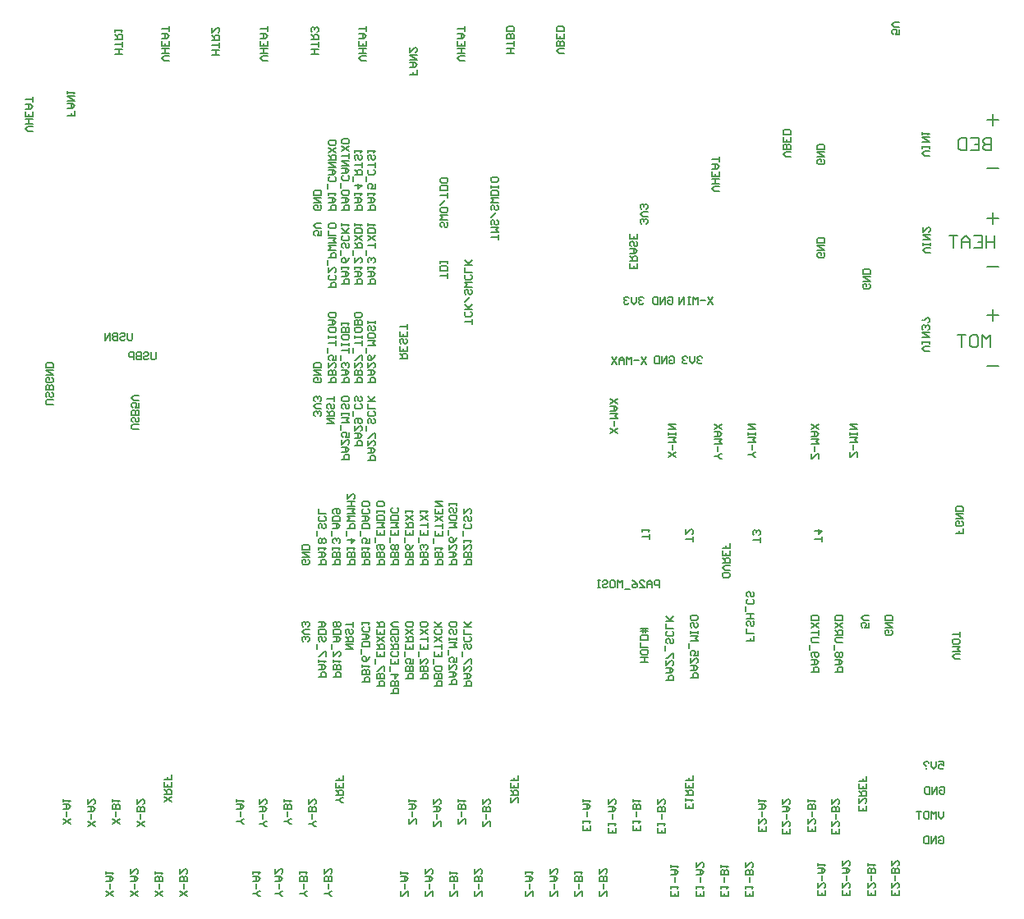
<source format=gbo>
G04 Layer_Color=32896*
%FSLAX24Y24*%
%MOIN*%
G70*
G01*
G75*
%ADD69C,0.0080*%
%ADD122C,0.0060*%
D69*
X40140Y33809D02*
X40607D01*
X40373Y34042D02*
Y33576D01*
X40140Y29809D02*
X40607D01*
X40373Y30042D02*
Y29576D01*
X40138Y25852D02*
X40604D01*
X40371Y26085D02*
Y25619D01*
X40149Y27828D02*
X40616D01*
X40149Y31828D02*
X40616D01*
X40148Y23805D02*
X40614D01*
X40305Y33059D02*
Y32559D01*
X40055D01*
X39972Y32642D01*
Y32726D01*
X40055Y32809D01*
X40305D01*
X40055D01*
X39972Y32892D01*
Y32976D01*
X40055Y33059D01*
X40305D01*
X39472D02*
X39805D01*
Y32559D01*
X39472D01*
X39805Y32809D02*
X39639D01*
X39305Y33059D02*
Y32559D01*
X39056D01*
X38972Y32642D01*
Y32976D01*
X39056Y33059D01*
X39305D01*
X40423Y29083D02*
Y28583D01*
Y28833D01*
X40090D01*
Y29083D01*
Y28583D01*
X39590Y29083D02*
X39923D01*
Y28583D01*
X39590D01*
X39923Y28833D02*
X39757D01*
X39424Y28583D02*
Y28916D01*
X39257Y29083D01*
X39090Y28916D01*
Y28583D01*
Y28833D01*
X39424D01*
X38924Y29083D02*
X38590D01*
X38757D01*
Y28583D01*
X40276Y24547D02*
Y25047D01*
X40109Y24880D01*
X39942Y25047D01*
Y24547D01*
X39526Y25047D02*
X39692D01*
X39776Y24964D01*
Y24631D01*
X39692Y24547D01*
X39526D01*
X39443Y24631D01*
Y24964D01*
X39526Y25047D01*
X39276D02*
X38943D01*
X39109D01*
Y24547D01*
D122*
X5453Y25142D02*
Y24892D01*
X5403Y24843D01*
X5303D01*
X5253Y24892D01*
Y25142D01*
X4953Y25092D02*
X5003Y25142D01*
X5103D01*
X5153Y25092D01*
Y25042D01*
X5103Y24992D01*
X5003D01*
X4953Y24942D01*
Y24892D01*
X5003Y24843D01*
X5103D01*
X5153Y24892D01*
X4853Y25142D02*
Y24843D01*
X4703D01*
X4653Y24892D01*
Y24942D01*
X4703Y24992D01*
X4853D01*
X4703D01*
X4653Y25042D01*
Y25092D01*
X4703Y25142D01*
X4853D01*
X4553Y24843D02*
Y25142D01*
X4353Y24843D01*
Y25142D01*
X25950Y27946D02*
Y27746D01*
X25650D01*
Y27946D01*
X25800Y27746D02*
Y27846D01*
X25650Y28046D02*
X25950D01*
Y28196D01*
X25900Y28246D01*
X25800D01*
X25750Y28196D01*
Y28046D01*
Y28146D02*
X25650Y28246D01*
Y28346D02*
X25850D01*
X25950Y28446D01*
X25850Y28546D01*
X25650D01*
X25800D01*
Y28346D01*
X25900Y28846D02*
X25950Y28796D01*
Y28696D01*
X25900Y28646D01*
X25850D01*
X25800Y28696D01*
Y28796D01*
X25750Y28846D01*
X25700D01*
X25650Y28796D01*
Y28696D01*
X25700Y28646D01*
X25950Y29146D02*
Y28946D01*
X25650D01*
Y29146D01*
X25800Y28946D02*
Y29046D01*
X19227Y25502D02*
Y25702D01*
Y25602D01*
X18927D01*
X19177Y26002D02*
X19227Y25952D01*
Y25852D01*
X19177Y25802D01*
X18977D01*
X18927Y25852D01*
Y25952D01*
X18977Y26002D01*
X19227Y26102D02*
X18927D01*
X19027D01*
X19227Y26302D01*
X19077Y26152D01*
X18927Y26302D01*
Y26402D02*
X19127Y26602D01*
X19177Y26902D02*
X19227Y26852D01*
Y26752D01*
X19177Y26702D01*
X19127D01*
X19077Y26752D01*
Y26852D01*
X19027Y26902D01*
X18977D01*
X18927Y26852D01*
Y26752D01*
X18977Y26702D01*
X19227Y27001D02*
X18927D01*
X19027Y27101D01*
X18927Y27201D01*
X19227D01*
X19177Y27501D02*
X19227Y27451D01*
Y27351D01*
X19177Y27301D01*
X18977D01*
X18927Y27351D01*
Y27451D01*
X18977Y27501D01*
X19227Y27601D02*
X18927D01*
Y27801D01*
X19227Y27901D02*
X18927D01*
X19027D01*
X19227Y28101D01*
X19077Y27951D01*
X18927Y28101D01*
X18233Y27372D02*
Y27572D01*
Y27472D01*
X17933D01*
X18233Y27672D02*
X17933D01*
Y27822D01*
X17983Y27872D01*
X18183D01*
X18233Y27822D01*
Y27672D01*
Y27972D02*
Y28072D01*
Y28022D01*
X17933D01*
Y27972D01*
Y28072D01*
X18200Y29630D02*
X18250Y29580D01*
Y29480D01*
X18200Y29430D01*
X18150D01*
X18100Y29480D01*
Y29580D01*
X18050Y29630D01*
X18000D01*
X17950Y29580D01*
Y29480D01*
X18000Y29430D01*
X18250Y29730D02*
X17950D01*
X18050Y29830D01*
X17950Y29930D01*
X18250D01*
Y30180D02*
Y30080D01*
X18200Y30030D01*
X18000D01*
X17950Y30080D01*
Y30180D01*
X18000Y30230D01*
X18200D01*
X18250Y30180D01*
X17950Y30330D02*
X18150Y30530D01*
X18250Y30630D02*
Y30830D01*
Y30730D01*
X17950D01*
X18250Y30930D02*
X17950D01*
Y31079D01*
X18000Y31129D01*
X18200D01*
X18250Y31079D01*
Y30930D01*
Y31379D02*
Y31279D01*
X18200Y31229D01*
X18000D01*
X17950Y31279D01*
Y31379D01*
X18000Y31429D01*
X18200D01*
X18250Y31379D01*
X20290Y28920D02*
Y29120D01*
Y29020D01*
X19990D01*
Y29220D02*
X20290D01*
X20190Y29320D01*
X20290Y29420D01*
X19990D01*
X20240Y29720D02*
X20290Y29670D01*
Y29570D01*
X20240Y29520D01*
X20190D01*
X20140Y29570D01*
Y29670D01*
X20090Y29720D01*
X20040D01*
X19990Y29670D01*
Y29570D01*
X20040Y29520D01*
X19990Y29820D02*
X20190Y30020D01*
X20240Y30320D02*
X20290Y30270D01*
Y30170D01*
X20240Y30120D01*
X20190D01*
X20140Y30170D01*
Y30270D01*
X20090Y30320D01*
X20040D01*
X19990Y30270D01*
Y30170D01*
X20040Y30120D01*
X20290Y30420D02*
X19990D01*
X20090Y30519D01*
X19990Y30619D01*
X20290D01*
Y30719D02*
X19990D01*
Y30869D01*
X20040Y30919D01*
X20240D01*
X20290Y30869D01*
Y30719D01*
Y31019D02*
Y31119D01*
Y31069D01*
X19990D01*
Y31019D01*
Y31119D01*
X20290Y31419D02*
Y31319D01*
X20240Y31269D01*
X20040D01*
X19990Y31319D01*
Y31419D01*
X20040Y31469D01*
X20240D01*
X20290Y31419D01*
X16289Y24104D02*
X16589D01*
Y24254D01*
X16539Y24304D01*
X16439D01*
X16389Y24254D01*
Y24104D01*
Y24204D02*
X16289Y24304D01*
X16589Y24604D02*
Y24404D01*
X16289D01*
Y24604D01*
X16439Y24404D02*
Y24504D01*
X16539Y24904D02*
X16589Y24854D01*
Y24754D01*
X16539Y24704D01*
X16489D01*
X16439Y24754D01*
Y24854D01*
X16389Y24904D01*
X16339D01*
X16289Y24854D01*
Y24754D01*
X16339Y24704D01*
X16589Y25204D02*
Y25004D01*
X16289D01*
Y25204D01*
X16439Y25004D02*
Y25104D01*
X16589Y25304D02*
Y25504D01*
Y25404D01*
X16289D01*
X36244Y13063D02*
X36294Y13013D01*
Y12913D01*
X36244Y12863D01*
X36044D01*
X35994Y12913D01*
Y13013D01*
X36044Y13063D01*
X36144D01*
Y12963D01*
X35994Y13163D02*
X36294D01*
X35994Y13363D01*
X36294D01*
Y13463D02*
X35994D01*
Y13613D01*
X36044Y13663D01*
X36244D01*
X36294Y13613D01*
Y13463D01*
X30753Y20080D02*
X30703D01*
X30603Y20179D01*
X30703Y20279D01*
X30753D01*
X30603Y20179D02*
X30453D01*
X30603Y20379D02*
Y20579D01*
X30453Y20679D02*
X30753D01*
X30653Y20779D01*
X30753Y20879D01*
X30453D01*
X30753Y20979D02*
Y21079D01*
Y21029D01*
X30453D01*
Y20979D01*
Y21079D01*
Y21229D02*
X30753D01*
X30453Y21429D01*
X30753D01*
X33986Y11363D02*
X34286D01*
Y11513D01*
X34236Y11563D01*
X34136D01*
X34086Y11513D01*
Y11363D01*
X33986Y11663D02*
X34186D01*
X34286Y11763D01*
X34186Y11863D01*
X33986D01*
X34136D01*
Y11663D01*
X34236Y11963D02*
X34286Y12013D01*
Y12113D01*
X34236Y12163D01*
X34186D01*
X34136Y12113D01*
X34086Y12163D01*
X34036D01*
X33986Y12113D01*
Y12013D01*
X34036Y11963D01*
X34086D01*
X34136Y12013D01*
X34186Y11963D01*
X34236D01*
X34136Y12013D02*
Y12113D01*
X33936Y12263D02*
Y12463D01*
X34286Y12563D02*
X34036D01*
X33986Y12613D01*
Y12713D01*
X34036Y12763D01*
X34286D01*
X33986Y12863D02*
X34286D01*
Y13013D01*
X34236Y13063D01*
X34136D01*
X34086Y13013D01*
Y12863D01*
Y12963D02*
X33986Y13063D01*
X34286Y13163D02*
X33986Y13363D01*
X34286D02*
X33986Y13163D01*
X34286Y13463D02*
X33986D01*
Y13613D01*
X34036Y13663D01*
X34236D01*
X34286Y13613D01*
Y13463D01*
X25142Y21063D02*
X24843Y21263D01*
X25142D02*
X24843Y21063D01*
X24992Y21363D02*
Y21563D01*
X24843Y21663D02*
X25142D01*
X25042Y21763D01*
X25142Y21863D01*
X24843D01*
Y21963D02*
X25042D01*
X25142Y22063D01*
X25042Y22163D01*
X24843D01*
X24992D01*
Y21963D01*
X25142Y22263D02*
X24843Y22463D01*
X25142D02*
X24843Y22263D01*
X30684Y12828D02*
Y12628D01*
X30534D01*
Y12728D01*
Y12628D01*
X30384D01*
X30684Y12928D02*
X30384D01*
Y13128D01*
X30634Y13428D02*
X30684Y13378D01*
Y13278D01*
X30634Y13228D01*
X30584D01*
X30534Y13278D01*
Y13378D01*
X30484Y13428D01*
X30434D01*
X30384Y13378D01*
Y13278D01*
X30434Y13228D01*
X30684Y13528D02*
X30384D01*
X30534D01*
Y13728D01*
X30684D01*
X30384D01*
X30334Y13828D02*
Y14028D01*
X30634Y14327D02*
X30684Y14277D01*
Y14177D01*
X30634Y14127D01*
X30434D01*
X30384Y14177D01*
Y14277D01*
X30434Y14327D01*
X30634Y14627D02*
X30684Y14577D01*
Y14477D01*
X30634Y14427D01*
X30584D01*
X30534Y14477D01*
Y14577D01*
X30484Y14627D01*
X30434D01*
X30384Y14577D01*
Y14477D01*
X30434Y14427D01*
X26383Y11762D02*
X26083D01*
X26233D01*
Y11962D01*
X26383D01*
X26083D01*
X26383Y12212D02*
Y12112D01*
X26333Y12062D01*
X26133D01*
X26083Y12112D01*
Y12212D01*
X26133Y12262D01*
X26333D01*
X26383Y12212D01*
Y12362D02*
X26083D01*
Y12562D01*
X26383Y12662D02*
X26083D01*
Y12811D01*
X26133Y12861D01*
X26333D01*
X26383Y12811D01*
Y12662D01*
X26083Y13011D02*
X26383D01*
Y13111D02*
X26083D01*
X26283Y12961D02*
Y13111D01*
Y13161D01*
X26183Y12961D02*
Y13161D01*
X36579Y37464D02*
Y37264D01*
X36429D01*
X36479Y37364D01*
Y37414D01*
X36429Y37464D01*
X36330D01*
X36280Y37414D01*
Y37314D01*
X36330Y37264D01*
X36579Y37564D02*
X36379D01*
X36280Y37664D01*
X36379Y37764D01*
X36579D01*
X16990Y35830D02*
Y35630D01*
X16840D01*
Y35730D01*
Y35630D01*
X16690D01*
Y35930D02*
X16890D01*
X16990Y36030D01*
X16890Y36130D01*
X16690D01*
X16840D01*
Y35930D01*
X16690Y36230D02*
X16990D01*
X16690Y36430D01*
X16990D01*
X16690Y36730D02*
Y36530D01*
X16890Y36730D01*
X16940D01*
X16990Y36680D01*
Y36580D01*
X16940Y36530D01*
X3110Y34160D02*
Y33960D01*
X2960D01*
Y34060D01*
Y33960D01*
X2810D01*
Y34260D02*
X3010D01*
X3110Y34360D01*
X3010Y34460D01*
X2810D01*
X2960D01*
Y34260D01*
X2810Y34560D02*
X3110D01*
X2810Y34760D01*
X3110D01*
X2810Y34860D02*
Y34960D01*
Y34910D01*
X3110D01*
X3060Y34860D01*
X39020Y11909D02*
X38820D01*
X38720Y12009D01*
X38820Y12109D01*
X39020D01*
X38720Y12209D02*
X39020D01*
X38920Y12309D01*
X39020Y12409D01*
X38720D01*
X39020Y12659D02*
Y12559D01*
X38970Y12509D01*
X38770D01*
X38720Y12559D01*
Y12659D01*
X38770Y12709D01*
X38970D01*
X39020Y12659D01*
Y12809D02*
Y13009D01*
Y12909D01*
X38720D01*
X32160Y32303D02*
X31960D01*
X31860Y32403D01*
X31960Y32503D01*
X32160D01*
Y32603D02*
X31860D01*
Y32753D01*
X31910Y32803D01*
X31960D01*
X32010Y32753D01*
Y32603D01*
Y32753D01*
X32060Y32803D01*
X32110D01*
X32160Y32753D01*
Y32603D01*
Y33103D02*
Y32903D01*
X31860D01*
Y33103D01*
X32010Y32903D02*
Y33003D01*
X32160Y33203D02*
X31860D01*
Y33353D01*
X31910Y33403D01*
X32110D01*
X32160Y33353D01*
Y33203D01*
X37790Y32333D02*
X37590D01*
X37490Y32433D01*
X37590Y32533D01*
X37790D01*
Y32633D02*
Y32733D01*
Y32683D01*
X37490D01*
Y32633D01*
Y32733D01*
Y32882D02*
X37790D01*
X37490Y33082D01*
X37790D01*
X37490Y33182D02*
Y33282D01*
Y33232D01*
X37790D01*
X37740Y33182D01*
X37820Y28386D02*
X37620D01*
X37520Y28486D01*
X37620Y28586D01*
X37820D01*
Y28686D02*
Y28786D01*
Y28736D01*
X37520D01*
Y28686D01*
Y28786D01*
Y28936D02*
X37820D01*
X37520Y29136D01*
X37820D01*
X37520Y29435D02*
Y29236D01*
X37720Y29435D01*
X37770D01*
X37820Y29385D01*
Y29286D01*
X37770Y29236D01*
X37790Y24400D02*
X37590D01*
X37490Y24500D01*
X37590Y24600D01*
X37790D01*
Y24700D02*
Y24799D01*
Y24749D01*
X37490D01*
Y24700D01*
Y24799D01*
Y24949D02*
X37790D01*
X37490Y25149D01*
X37790D01*
X37740Y25249D02*
X37790Y25299D01*
Y25399D01*
X37740Y25449D01*
X37690D01*
X37640Y25399D01*
Y25349D01*
Y25399D01*
X37590Y25449D01*
X37540D01*
X37490Y25399D01*
Y25299D01*
X37540Y25249D01*
X37740Y25549D02*
X37790Y25599D01*
Y25699D01*
X37740Y25749D01*
X37690D01*
X37590Y25649D01*
X37540D02*
X37490D01*
X20953Y36484D02*
X20653D01*
X20803D01*
Y36684D01*
X20953D01*
X20653D01*
X20953Y36784D02*
Y36984D01*
Y36884D01*
X20653D01*
X20953Y37084D02*
X20653D01*
Y37234D01*
X20703Y37283D01*
X20753D01*
X20803Y37234D01*
Y37084D01*
Y37234D01*
X20853Y37283D01*
X20903D01*
X20953Y37234D01*
Y37084D01*
Y37383D02*
X20653D01*
Y37533D01*
X20703Y37583D01*
X20903D01*
X20953Y37533D01*
Y37383D01*
X8970Y36430D02*
X8670D01*
X8820D01*
Y36630D01*
X8970D01*
X8670D01*
X8970Y36730D02*
Y36930D01*
Y36830D01*
X8670D01*
Y37030D02*
X8970D01*
Y37180D01*
X8920Y37230D01*
X8820D01*
X8770Y37180D01*
Y37030D01*
Y37130D02*
X8670Y37230D01*
Y37530D02*
Y37330D01*
X8870Y37530D01*
X8920D01*
X8970Y37480D01*
Y37380D01*
X8920Y37330D01*
X13000Y36460D02*
X12700D01*
X12850D01*
Y36660D01*
X13000D01*
X12700D01*
X13000Y36760D02*
Y36960D01*
Y36860D01*
X12700D01*
Y37060D02*
X13000D01*
Y37210D01*
X12950Y37260D01*
X12850D01*
X12800Y37210D01*
Y37060D01*
Y37160D02*
X12700Y37260D01*
X12950Y37360D02*
X13000Y37410D01*
Y37510D01*
X12950Y37560D01*
X12900D01*
X12850Y37510D01*
Y37460D01*
Y37510D01*
X12800Y37560D01*
X12750D01*
X12700Y37510D01*
Y37410D01*
X12750Y37360D01*
X5040Y36470D02*
X4740D01*
X4890D01*
Y36670D01*
X5040D01*
X4740D01*
X5040Y36770D02*
Y36970D01*
Y36870D01*
X4740D01*
Y37070D02*
X5040D01*
Y37220D01*
X4990Y37270D01*
X4890D01*
X4840Y37220D01*
Y37070D01*
Y37170D02*
X4740Y37270D01*
Y37370D02*
Y37470D01*
Y37420D01*
X5040D01*
X4990Y37370D01*
X4679Y2259D02*
X4379Y2459D01*
X4679D02*
X4379Y2259D01*
X4529Y2559D02*
Y2759D01*
X4379Y2859D02*
X4579D01*
X4679Y2959D01*
X4579Y3059D01*
X4379D01*
X4529D01*
Y2859D01*
X4379Y3159D02*
Y3259D01*
Y3209D01*
X4679D01*
X4629Y3159D01*
X5679Y2259D02*
X5379Y2459D01*
X5679D02*
X5379Y2259D01*
X5529Y2559D02*
Y2759D01*
X5379Y2859D02*
X5579D01*
X5679Y2959D01*
X5579Y3059D01*
X5379D01*
X5529D01*
Y2859D01*
X5379Y3359D02*
Y3159D01*
X5579Y3359D01*
X5629D01*
X5679Y3309D01*
Y3209D01*
X5629Y3159D01*
X6679Y2259D02*
X6379Y2459D01*
X6679D02*
X6379Y2259D01*
X6529Y2559D02*
Y2759D01*
X6679Y2859D02*
X6379D01*
Y3009D01*
X6429Y3059D01*
X6479D01*
X6529Y3009D01*
Y2859D01*
Y3009D01*
X6579Y3059D01*
X6629D01*
X6679Y3009D01*
Y2859D01*
X6379Y3159D02*
Y3259D01*
Y3209D01*
X6679D01*
X6629Y3159D01*
X7679Y2259D02*
X7379Y2459D01*
X7679D02*
X7379Y2259D01*
X7529Y2559D02*
Y2759D01*
X7679Y2859D02*
X7379D01*
Y3009D01*
X7429Y3059D01*
X7479D01*
X7529Y3009D01*
Y2859D01*
Y3009D01*
X7579Y3059D01*
X7629D01*
X7679Y3009D01*
Y2859D01*
X7379Y3359D02*
Y3159D01*
X7579Y3359D01*
X7629D01*
X7679Y3309D01*
Y3209D01*
X7629Y3159D01*
X13541Y2267D02*
X13491D01*
X13391Y2367D01*
X13491Y2467D01*
X13541D01*
X13391Y2367D02*
X13241D01*
X13391Y2567D02*
Y2767D01*
X13541Y2867D02*
X13241D01*
Y3017D01*
X13291Y3067D01*
X13341D01*
X13391Y3017D01*
Y2867D01*
Y3017D01*
X13441Y3067D01*
X13491D01*
X13541Y3017D01*
Y2867D01*
X13241Y3367D02*
Y3167D01*
X13441Y3367D01*
X13491D01*
X13541Y3317D01*
Y3217D01*
X13491Y3167D01*
X12541Y2267D02*
X12491D01*
X12391Y2367D01*
X12491Y2467D01*
X12541D01*
X12391Y2367D02*
X12241D01*
X12391Y2567D02*
Y2767D01*
X12541Y2867D02*
X12241D01*
Y3017D01*
X12291Y3067D01*
X12341D01*
X12391Y3017D01*
Y2867D01*
Y3017D01*
X12441Y3067D01*
X12491D01*
X12541Y3017D01*
Y2867D01*
X12241Y3167D02*
Y3267D01*
Y3217D01*
X12541D01*
X12491Y3167D01*
X11541Y2267D02*
X11491D01*
X11391Y2367D01*
X11491Y2467D01*
X11541D01*
X11391Y2367D02*
X11241D01*
X11391Y2567D02*
Y2767D01*
X11241Y2867D02*
X11441D01*
X11541Y2967D01*
X11441Y3067D01*
X11241D01*
X11391D01*
Y2867D01*
X11241Y3367D02*
Y3167D01*
X11441Y3367D01*
X11491D01*
X11541Y3317D01*
Y3217D01*
X11491Y3167D01*
X10620Y2267D02*
X10570D01*
X10470Y2367D01*
X10570Y2467D01*
X10620D01*
X10470Y2367D02*
X10320D01*
X10470Y2567D02*
Y2767D01*
X10320Y2867D02*
X10520D01*
X10620Y2967D01*
X10520Y3067D01*
X10320D01*
X10470D01*
Y2867D01*
X10320Y3167D02*
Y3267D01*
Y3217D01*
X10620D01*
X10570Y3167D01*
X19637Y2247D02*
Y2447D01*
X19587D01*
X19387Y2247D01*
X19337D01*
Y2447D01*
X19487Y2547D02*
Y2747D01*
X19637Y2847D02*
X19337D01*
Y2997D01*
X19387Y3047D01*
X19437D01*
X19487Y2997D01*
Y2847D01*
Y2997D01*
X19537Y3047D01*
X19587D01*
X19637Y2997D01*
Y2847D01*
X19337Y3346D02*
Y3147D01*
X19537Y3346D01*
X19587D01*
X19637Y3297D01*
Y3197D01*
X19587Y3147D01*
X18637Y2247D02*
Y2447D01*
X18587D01*
X18387Y2247D01*
X18337D01*
Y2447D01*
X18487Y2547D02*
Y2747D01*
X18637Y2847D02*
X18337D01*
Y2997D01*
X18387Y3047D01*
X18437D01*
X18487Y2997D01*
Y2847D01*
Y2997D01*
X18537Y3047D01*
X18587D01*
X18637Y2997D01*
Y2847D01*
X18337Y3147D02*
Y3247D01*
Y3197D01*
X18637D01*
X18587Y3147D01*
X17637Y2247D02*
Y2447D01*
X17587D01*
X17387Y2247D01*
X17337D01*
Y2447D01*
X17487Y2547D02*
Y2747D01*
X17337Y2847D02*
X17537D01*
X17637Y2947D01*
X17537Y3047D01*
X17337D01*
X17487D01*
Y2847D01*
X17337Y3346D02*
Y3147D01*
X17537Y3346D01*
X17587D01*
X17637Y3297D01*
Y3197D01*
X17587Y3147D01*
X16637Y2247D02*
Y2447D01*
X16587D01*
X16387Y2247D01*
X16337D01*
Y2447D01*
X16487Y2547D02*
Y2747D01*
X16337Y2847D02*
X16537D01*
X16637Y2947D01*
X16537Y3047D01*
X16337D01*
X16487D01*
Y2847D01*
X16337Y3147D02*
Y3247D01*
Y3197D01*
X16637D01*
X16587Y3147D01*
X36560Y2492D02*
Y2292D01*
X36260D01*
Y2492D01*
X36410Y2292D02*
Y2392D01*
X36260Y2792D02*
Y2592D01*
X36460Y2792D01*
X36510D01*
X36560Y2742D01*
Y2642D01*
X36510Y2592D01*
X36410Y2892D02*
Y3092D01*
X36560Y3192D02*
X36260D01*
Y3342D01*
X36310Y3392D01*
X36360D01*
X36410Y3342D01*
Y3192D01*
Y3342D01*
X36460Y3392D01*
X36510D01*
X36560Y3342D01*
Y3192D01*
X36260Y3691D02*
Y3492D01*
X36460Y3691D01*
X36510D01*
X36560Y3641D01*
Y3542D01*
X36510Y3492D01*
X35595Y2492D02*
Y2292D01*
X35295D01*
Y2492D01*
X35445Y2292D02*
Y2392D01*
X35295Y2792D02*
Y2592D01*
X35495Y2792D01*
X35545D01*
X35595Y2742D01*
Y2642D01*
X35545Y2592D01*
X35445Y2892D02*
Y3092D01*
X35595Y3192D02*
X35295D01*
Y3342D01*
X35345Y3392D01*
X35395D01*
X35445Y3342D01*
Y3192D01*
Y3342D01*
X35495Y3392D01*
X35545D01*
X35595Y3342D01*
Y3192D01*
X35295Y3492D02*
Y3592D01*
Y3542D01*
X35595D01*
X35545Y3492D01*
X34572Y2492D02*
Y2292D01*
X34272D01*
Y2492D01*
X34422Y2292D02*
Y2392D01*
X34272Y2792D02*
Y2592D01*
X34472Y2792D01*
X34522D01*
X34572Y2742D01*
Y2642D01*
X34522Y2592D01*
X34422Y2892D02*
Y3092D01*
X34272Y3192D02*
X34472D01*
X34572Y3292D01*
X34472Y3392D01*
X34272D01*
X34422D01*
Y3192D01*
X34272Y3691D02*
Y3492D01*
X34472Y3691D01*
X34522D01*
X34572Y3641D01*
Y3542D01*
X34522Y3492D01*
X33585Y2492D02*
Y2292D01*
X33285D01*
Y2492D01*
X33435Y2292D02*
Y2392D01*
X33285Y2792D02*
Y2592D01*
X33485Y2792D01*
X33535D01*
X33585Y2742D01*
Y2642D01*
X33535Y2592D01*
X33435Y2892D02*
Y3092D01*
X33285Y3192D02*
X33485D01*
X33585Y3292D01*
X33485Y3392D01*
X33285D01*
X33435D01*
Y3192D01*
X33285Y3492D02*
Y3592D01*
Y3542D01*
X33585D01*
X33535Y3492D01*
X30644Y2464D02*
Y2264D01*
X30344D01*
Y2464D01*
X30494Y2264D02*
Y2364D01*
X30344Y2564D02*
Y2664D01*
Y2614D01*
X30644D01*
X30594Y2564D01*
X30494Y2814D02*
Y3014D01*
X30644Y3113D02*
X30344D01*
Y3263D01*
X30394Y3313D01*
X30444D01*
X30494Y3263D01*
Y3113D01*
Y3263D01*
X30544Y3313D01*
X30594D01*
X30644Y3263D01*
Y3113D01*
X30344Y3613D02*
Y3413D01*
X30544Y3613D01*
X30594D01*
X30644Y3563D01*
Y3463D01*
X30594Y3413D01*
X29621Y2464D02*
Y2264D01*
X29321D01*
Y2464D01*
X29471Y2264D02*
Y2364D01*
X29321Y2564D02*
Y2664D01*
Y2614D01*
X29621D01*
X29571Y2564D01*
X29471Y2814D02*
Y3014D01*
X29621Y3113D02*
X29321D01*
Y3263D01*
X29371Y3313D01*
X29421D01*
X29471Y3263D01*
Y3113D01*
Y3263D01*
X29521Y3313D01*
X29571D01*
X29621Y3263D01*
Y3113D01*
X29321Y3413D02*
Y3513D01*
Y3463D01*
X29621D01*
X29571Y3413D01*
X28637Y2464D02*
Y2264D01*
X28337D01*
Y2464D01*
X28487Y2264D02*
Y2364D01*
X28337Y2564D02*
Y2664D01*
Y2614D01*
X28637D01*
X28587Y2564D01*
X28487Y2814D02*
Y3014D01*
X28337Y3114D02*
X28537D01*
X28637Y3213D01*
X28537Y3313D01*
X28337D01*
X28487D01*
Y3114D01*
X28337Y3613D02*
Y3413D01*
X28537Y3613D01*
X28587D01*
X28637Y3563D01*
Y3463D01*
X28587Y3413D01*
X27613Y2464D02*
Y2264D01*
X27313D01*
Y2464D01*
X27463Y2264D02*
Y2364D01*
X27313Y2564D02*
Y2664D01*
Y2614D01*
X27613D01*
X27563Y2564D01*
X27463Y2814D02*
Y3014D01*
X27313Y3114D02*
X27513D01*
X27613Y3213D01*
X27513Y3313D01*
X27313D01*
X27463D01*
Y3114D01*
X27313Y3413D02*
Y3513D01*
Y3463D01*
X27613D01*
X27563Y3413D01*
X21719Y2276D02*
Y2476D01*
X21669D01*
X21469Y2276D01*
X21419D01*
Y2476D01*
X21569Y2576D02*
Y2776D01*
X21419Y2876D02*
X21619D01*
X21719Y2976D01*
X21619Y3076D01*
X21419D01*
X21569D01*
Y2876D01*
X21419Y3176D02*
Y3276D01*
Y3226D01*
X21719D01*
X21669Y3176D01*
X22719Y2276D02*
Y2476D01*
X22669D01*
X22469Y2276D01*
X22419D01*
Y2476D01*
X22569Y2576D02*
Y2776D01*
X22419Y2876D02*
X22619D01*
X22719Y2976D01*
X22619Y3076D01*
X22419D01*
X22569D01*
Y2876D01*
X22419Y3376D02*
Y3176D01*
X22619Y3376D01*
X22669D01*
X22719Y3326D01*
Y3226D01*
X22669Y3176D01*
X23719Y2276D02*
Y2476D01*
X23669D01*
X23469Y2276D01*
X23419D01*
Y2476D01*
X23569Y2576D02*
Y2776D01*
X23719Y2876D02*
X23419D01*
Y3026D01*
X23469Y3076D01*
X23519D01*
X23569Y3026D01*
Y2876D01*
Y3026D01*
X23619Y3076D01*
X23669D01*
X23719Y3026D01*
Y2876D01*
X23419Y3176D02*
Y3276D01*
Y3226D01*
X23719D01*
X23669Y3176D01*
X24719Y2276D02*
Y2476D01*
X24669D01*
X24469Y2276D01*
X24419D01*
Y2476D01*
X24569Y2576D02*
Y2776D01*
X24719Y2876D02*
X24419D01*
Y3026D01*
X24469Y3076D01*
X24519D01*
X24569Y3026D01*
Y2876D01*
Y3026D01*
X24619Y3076D01*
X24669D01*
X24719Y3026D01*
Y2876D01*
X24419Y3376D02*
Y3176D01*
X24619Y3376D01*
X24669D01*
X24719Y3326D01*
Y3226D01*
X24669Y3176D01*
X26299Y24173D02*
X26099Y23873D01*
Y24173D02*
X26299Y23873D01*
X25999Y24023D02*
X25799D01*
X25699Y23873D02*
Y24173D01*
X25599Y24073D01*
X25499Y24173D01*
Y23873D01*
X25399D02*
Y24073D01*
X25300Y24173D01*
X25200Y24073D01*
Y23873D01*
Y24023D01*
X25399D01*
X25100Y24173D02*
X24900Y23873D01*
Y24173D02*
X25100Y23873D01*
X27514Y20080D02*
X27215Y20279D01*
X27514D02*
X27215Y20080D01*
X27365Y20379D02*
Y20579D01*
X27215Y20679D02*
X27514D01*
X27415Y20779D01*
X27514Y20879D01*
X27215D01*
X27514Y20979D02*
Y21079D01*
Y21029D01*
X27215D01*
Y20979D01*
Y21079D01*
Y21229D02*
X27514D01*
X27215Y21429D01*
X27514D01*
X29355Y20030D02*
X29305D01*
X29205Y20129D01*
X29305Y20229D01*
X29355D01*
X29205Y20129D02*
X29055D01*
X29205Y20329D02*
Y20529D01*
X29055Y20629D02*
X29355D01*
X29255Y20729D01*
X29355Y20829D01*
X29055D01*
Y20929D02*
X29255D01*
X29355Y21029D01*
X29255Y21129D01*
X29055D01*
X29205D01*
Y20929D01*
X29355Y21229D02*
X29055Y21429D01*
X29355D02*
X29055Y21229D01*
X34857Y20080D02*
Y20279D01*
X34807D01*
X34607Y20080D01*
X34557D01*
Y20279D01*
X34707Y20379D02*
Y20579D01*
X34557Y20679D02*
X34857D01*
X34757Y20779D01*
X34857Y20879D01*
X34557D01*
X34857Y20979D02*
Y21079D01*
Y21029D01*
X34557D01*
Y20979D01*
Y21079D01*
Y21229D02*
X34857D01*
X34557Y21429D01*
X34857D01*
X33302Y20030D02*
Y20229D01*
X33252D01*
X33052Y20030D01*
X33002D01*
Y20229D01*
X33152Y20329D02*
Y20529D01*
X33002Y20629D02*
X33302D01*
X33202Y20729D01*
X33302Y20829D01*
X33002D01*
Y20929D02*
X33202D01*
X33302Y21029D01*
X33202Y21129D01*
X33002D01*
X33152D01*
Y20929D01*
X33302Y21229D02*
X33002Y21429D01*
X33302D02*
X33002Y21229D01*
X35338Y27139D02*
X35388Y27089D01*
Y26989D01*
X35338Y26939D01*
X35139D01*
X35089Y26989D01*
Y27089D01*
X35139Y27139D01*
X35239D01*
Y27039D01*
X35089Y27239D02*
X35388D01*
X35089Y27439D01*
X35388D01*
Y27539D02*
X35089D01*
Y27689D01*
X35139Y27739D01*
X35338D01*
X35388Y27689D01*
Y27539D01*
X35320Y13363D02*
Y13163D01*
X35170D01*
X35220Y13263D01*
Y13313D01*
X35170Y13363D01*
X35070D01*
X35020Y13313D01*
Y13213D01*
X35070Y13163D01*
X35320Y13463D02*
X35120D01*
X35020Y13563D01*
X35120Y13663D01*
X35320D01*
X38186Y4630D02*
X38236Y4680D01*
X38336D01*
X38386Y4630D01*
Y4430D01*
X38336Y4380D01*
X38236D01*
X38186Y4430D01*
Y4530D01*
X38286D01*
X38086Y4380D02*
Y4680D01*
X37886Y4380D01*
Y4680D01*
X37786D02*
Y4380D01*
X37636D01*
X37586Y4430D01*
Y4630D01*
X37636Y4680D01*
X37786D01*
X39168Y17178D02*
Y16978D01*
X39018D01*
Y17078D01*
Y16978D01*
X38868D01*
X39118Y17478D02*
X39168Y17428D01*
Y17328D01*
X39118Y17278D01*
X38918D01*
X38868Y17328D01*
Y17428D01*
X38918Y17478D01*
X39018D01*
Y17378D01*
X38868Y17578D02*
X39168D01*
X38868Y17778D01*
X39168D01*
Y17878D02*
X38868D01*
Y18028D01*
X38918Y18078D01*
X39118D01*
X39168Y18028D01*
Y17878D01*
X26201Y26559D02*
X26151Y26609D01*
X26051D01*
X26001Y26559D01*
Y26509D01*
X26051Y26459D01*
X26101D01*
X26051D01*
X26001Y26409D01*
Y26359D01*
X26051Y26309D01*
X26151D01*
X26201Y26359D01*
X25901Y26609D02*
Y26409D01*
X25801Y26309D01*
X25701Y26409D01*
Y26609D01*
X25601Y26559D02*
X25551Y26609D01*
X25451D01*
X25401Y26559D01*
Y26509D01*
X25451Y26459D01*
X25501D01*
X25451D01*
X25401Y26409D01*
Y26359D01*
X25451Y26309D01*
X25551D01*
X25601Y26359D01*
X26309Y29565D02*
X26359Y29615D01*
Y29715D01*
X26309Y29765D01*
X26259D01*
X26209Y29715D01*
Y29665D01*
Y29715D01*
X26159Y29765D01*
X26109D01*
X26059Y29715D01*
Y29615D01*
X26109Y29565D01*
X26359Y29865D02*
X26159D01*
X26059Y29965D01*
X26159Y30065D01*
X26359D01*
X26309Y30165D02*
X26359Y30215D01*
Y30315D01*
X26309Y30365D01*
X26259D01*
X26209Y30315D01*
Y30265D01*
Y30315D01*
X26159Y30365D01*
X26109D01*
X26059Y30315D01*
Y30215D01*
X26109Y30165D01*
X28583Y24128D02*
X28533Y24178D01*
X28433D01*
X28383Y24128D01*
Y24078D01*
X28433Y24028D01*
X28483D01*
X28433D01*
X28383Y23978D01*
Y23928D01*
X28433Y23878D01*
X28533D01*
X28583Y23928D01*
X28283Y24178D02*
Y23978D01*
X28183Y23878D01*
X28083Y23978D01*
Y24178D01*
X27983Y24128D02*
X27933Y24178D01*
X27833D01*
X27783Y24128D01*
Y24078D01*
X27833Y24028D01*
X27883D01*
X27833D01*
X27783Y23978D01*
Y23928D01*
X27833Y23878D01*
X27933D01*
X27983Y23928D01*
X27221Y24128D02*
X27271Y24178D01*
X27371D01*
X27421Y24128D01*
Y23928D01*
X27371Y23878D01*
X27271D01*
X27221Y23928D01*
Y24028D01*
X27321D01*
X27121Y23878D02*
Y24178D01*
X26921Y23878D01*
Y24178D01*
X26821D02*
Y23878D01*
X26672D01*
X26622Y23928D01*
Y24128D01*
X26672Y24178D01*
X26821D01*
X27182Y26559D02*
X27232Y26609D01*
X27332D01*
X27382Y26559D01*
Y26359D01*
X27332Y26309D01*
X27232D01*
X27182Y26359D01*
Y26459D01*
X27282D01*
X27082Y26309D02*
Y26609D01*
X26882Y26309D01*
Y26609D01*
X26782D02*
Y26309D01*
X26632D01*
X26582Y26359D01*
Y26559D01*
X26632Y26609D01*
X26782D01*
X33498Y28409D02*
X33548Y28359D01*
Y28259D01*
X33498Y28209D01*
X33298D01*
X33248Y28259D01*
Y28359D01*
X33298Y28409D01*
X33398D01*
Y28309D01*
X33248Y28509D02*
X33548D01*
X33248Y28709D01*
X33548D01*
Y28808D02*
X33248D01*
Y28958D01*
X33298Y29008D01*
X33498D01*
X33548Y28958D01*
Y28808D01*
X12573Y15938D02*
X12623Y15888D01*
Y15788D01*
X12573Y15738D01*
X12373D01*
X12323Y15788D01*
Y15888D01*
X12373Y15938D01*
X12473D01*
Y15838D01*
X12323Y16038D02*
X12623D01*
X12323Y16238D01*
X12623D01*
Y16338D02*
X12323D01*
Y16488D01*
X12373Y16538D01*
X12573D01*
X12623Y16488D01*
Y16338D01*
X12995Y15738D02*
X13294D01*
Y15888D01*
X13244Y15938D01*
X13144D01*
X13094Y15888D01*
Y15738D01*
X12995Y16038D02*
X13194D01*
X13294Y16138D01*
X13194Y16238D01*
X12995D01*
X13144D01*
Y16038D01*
X12995Y16338D02*
Y16438D01*
Y16388D01*
X13294D01*
X13244Y16338D01*
Y16588D02*
X13294Y16638D01*
Y16738D01*
X13244Y16788D01*
X13194D01*
X13144Y16738D01*
X13094Y16788D01*
X13044D01*
X12995Y16738D01*
Y16638D01*
X13044Y16588D01*
X13094D01*
X13144Y16638D01*
X13194Y16588D01*
X13244D01*
X13144Y16638D02*
Y16738D01*
X12945Y16888D02*
Y17088D01*
X13244Y17388D02*
X13294Y17338D01*
Y17238D01*
X13244Y17188D01*
X13194D01*
X13144Y17238D01*
Y17338D01*
X13094Y17388D01*
X13044D01*
X12995Y17338D01*
Y17238D01*
X13044Y17188D01*
X13244Y17688D02*
X13294Y17638D01*
Y17538D01*
X13244Y17488D01*
X13044D01*
X12995Y17538D01*
Y17638D01*
X13044Y17688D01*
X13294Y17788D02*
X12995D01*
Y17987D01*
X13586Y15738D02*
X13886D01*
Y15888D01*
X13836Y15938D01*
X13736D01*
X13686Y15888D01*
Y15738D01*
X13886Y16038D02*
X13586D01*
Y16188D01*
X13636Y16238D01*
X13686D01*
X13736Y16188D01*
Y16038D01*
Y16188D01*
X13786Y16238D01*
X13836D01*
X13886Y16188D01*
Y16038D01*
X13586Y16338D02*
Y16438D01*
Y16388D01*
X13886D01*
X13836Y16338D01*
Y16588D02*
X13886Y16638D01*
Y16738D01*
X13836Y16788D01*
X13786D01*
X13736Y16738D01*
Y16688D01*
Y16738D01*
X13686Y16788D01*
X13636D01*
X13586Y16738D01*
Y16638D01*
X13636Y16588D01*
X13536Y16888D02*
Y17088D01*
X13586Y17188D02*
X13786D01*
X13886Y17288D01*
X13786Y17388D01*
X13586D01*
X13736D01*
Y17188D01*
X13886Y17488D02*
X13586D01*
Y17638D01*
X13636Y17688D01*
X13836D01*
X13886Y17638D01*
Y17488D01*
X13636Y17788D02*
X13586Y17838D01*
Y17937D01*
X13636Y17987D01*
X13836D01*
X13886Y17937D01*
Y17838D01*
X13836Y17788D01*
X13786D01*
X13736Y17838D01*
Y17987D01*
X14178Y15738D02*
X14477D01*
Y15888D01*
X14427Y15938D01*
X14328D01*
X14278Y15888D01*
Y15738D01*
X14477Y16038D02*
X14178D01*
Y16188D01*
X14228Y16238D01*
X14278D01*
X14328Y16188D01*
Y16038D01*
Y16188D01*
X14377Y16238D01*
X14427D01*
X14477Y16188D01*
Y16038D01*
X14178Y16338D02*
Y16438D01*
Y16388D01*
X14477D01*
X14427Y16338D01*
X14178Y16738D02*
X14477D01*
X14328Y16588D01*
Y16788D01*
X14128Y16888D02*
Y17088D01*
X14178Y17188D02*
X14477D01*
Y17338D01*
X14427Y17388D01*
X14328D01*
X14278Y17338D01*
Y17188D01*
X14477Y17488D02*
X14178D01*
X14278Y17588D01*
X14178Y17688D01*
X14477D01*
X14178Y17788D02*
X14477D01*
X14377Y17887D01*
X14477Y17987D01*
X14178D01*
X14477Y18087D02*
X14178D01*
X14328D01*
Y18287D01*
X14477D01*
X14178D01*
Y18587D02*
Y18387D01*
X14377Y18587D01*
X14427D01*
X14477Y18537D01*
Y18437D01*
X14427Y18387D01*
X14769Y15738D02*
X15069D01*
Y15888D01*
X15019Y15938D01*
X14919D01*
X14869Y15888D01*
Y15738D01*
X15069Y16038D02*
X14769D01*
Y16188D01*
X14819Y16238D01*
X14869D01*
X14919Y16188D01*
Y16038D01*
Y16188D01*
X14969Y16238D01*
X15019D01*
X15069Y16188D01*
Y16038D01*
X14769Y16338D02*
Y16438D01*
Y16388D01*
X15069D01*
X15019Y16338D01*
X15069Y16788D02*
Y16588D01*
X14919D01*
X14969Y16688D01*
Y16738D01*
X14919Y16788D01*
X14819D01*
X14769Y16738D01*
Y16638D01*
X14819Y16588D01*
X14719Y16888D02*
Y17088D01*
X15069Y17188D02*
X14769D01*
Y17338D01*
X14819Y17388D01*
X15019D01*
X15069Y17338D01*
Y17188D01*
X14769Y17488D02*
X14969D01*
X15069Y17588D01*
X14969Y17688D01*
X14769D01*
X14919D01*
Y17488D01*
X15019Y17987D02*
X15069Y17937D01*
Y17838D01*
X15019Y17788D01*
X14819D01*
X14769Y17838D01*
Y17937D01*
X14819Y17987D01*
X15019Y18087D02*
X15069Y18137D01*
Y18237D01*
X15019Y18287D01*
X14819D01*
X14769Y18237D01*
Y18137D01*
X14819Y18087D01*
X15019D01*
X14771Y10957D02*
X15071D01*
Y11107D01*
X15021Y11157D01*
X14921D01*
X14871Y11107D01*
Y10957D01*
X15071Y11257D02*
X14771D01*
Y11407D01*
X14821Y11457D01*
X14871D01*
X14921Y11407D01*
Y11257D01*
Y11407D01*
X14971Y11457D01*
X15021D01*
X15071Y11407D01*
Y11257D01*
X14771Y11557D02*
Y11657D01*
Y11607D01*
X15071D01*
X15021Y11557D01*
X15071Y12007D02*
X15021Y11907D01*
X14921Y11807D01*
X14821D01*
X14771Y11857D01*
Y11957D01*
X14821Y12007D01*
X14871D01*
X14921Y11957D01*
Y11807D01*
X14721Y12107D02*
Y12307D01*
X15071Y12407D02*
X14771D01*
Y12557D01*
X14821Y12607D01*
X15021D01*
X15071Y12557D01*
Y12407D01*
X14771Y12707D02*
X14971D01*
X15071Y12807D01*
X14971Y12907D01*
X14771D01*
X14921D01*
Y12707D01*
X15021Y13206D02*
X15071Y13156D01*
Y13056D01*
X15021Y13007D01*
X14821D01*
X14771Y13056D01*
Y13156D01*
X14821Y13206D01*
X14771Y13306D02*
Y13406D01*
Y13356D01*
X15071D01*
X15021Y13306D01*
X14101Y12307D02*
X14401D01*
X14101Y12507D01*
X14401D01*
X14101Y12607D02*
X14401D01*
Y12757D01*
X14351Y12807D01*
X14251D01*
X14201Y12757D01*
Y12607D01*
Y12707D02*
X14101Y12807D01*
X14351Y13106D02*
X14401Y13056D01*
Y12957D01*
X14351Y12907D01*
X14301D01*
X14251Y12957D01*
Y13056D01*
X14201Y13106D01*
X14151D01*
X14101Y13056D01*
Y12957D01*
X14151Y12907D01*
X14401Y13206D02*
Y13406D01*
Y13306D01*
X14101D01*
X13592Y11157D02*
X13892D01*
Y11307D01*
X13842Y11357D01*
X13742D01*
X13692Y11307D01*
Y11157D01*
X13892Y11457D02*
X13592D01*
Y11607D01*
X13642Y11657D01*
X13692D01*
X13742Y11607D01*
Y11457D01*
Y11607D01*
X13792Y11657D01*
X13842D01*
X13892Y11607D01*
Y11457D01*
X13592Y11757D02*
Y11857D01*
Y11807D01*
X13892D01*
X13842Y11757D01*
X13592Y12207D02*
Y12007D01*
X13792Y12207D01*
X13842D01*
X13892Y12157D01*
Y12057D01*
X13842Y12007D01*
X13542Y12307D02*
Y12507D01*
X13592Y12607D02*
X13792D01*
X13892Y12707D01*
X13792Y12807D01*
X13592D01*
X13742D01*
Y12607D01*
X13892Y12907D02*
X13592D01*
Y13056D01*
X13642Y13106D01*
X13842D01*
X13892Y13056D01*
Y12907D01*
X13842Y13206D02*
X13892Y13256D01*
Y13356D01*
X13842Y13406D01*
X13792D01*
X13742Y13356D01*
X13692Y13406D01*
X13642D01*
X13592Y13356D01*
Y13256D01*
X13642Y13206D01*
X13692D01*
X13742Y13256D01*
X13792Y13206D01*
X13842D01*
X13742Y13256D02*
Y13356D01*
X13002Y11157D02*
X13302D01*
Y11307D01*
X13252Y11357D01*
X13152D01*
X13102Y11307D01*
Y11157D01*
X13002Y11457D02*
X13202D01*
X13302Y11557D01*
X13202Y11657D01*
X13002D01*
X13152D01*
Y11457D01*
X13002Y11757D02*
Y11857D01*
Y11807D01*
X13302D01*
X13252Y11757D01*
X13302Y12007D02*
Y12207D01*
X13252D01*
X13052Y12007D01*
X13002D01*
X12952Y12307D02*
Y12507D01*
X13252Y12807D02*
X13302Y12757D01*
Y12657D01*
X13252Y12607D01*
X13202D01*
X13152Y12657D01*
Y12757D01*
X13102Y12807D01*
X13052D01*
X13002Y12757D01*
Y12657D01*
X13052Y12607D01*
X13302Y12907D02*
X13002D01*
Y13056D01*
X13052Y13106D01*
X13252D01*
X13302Y13056D01*
Y12907D01*
X13002Y13206D02*
X13202D01*
X13302Y13306D01*
X13202Y13406D01*
X13002D01*
X13152D01*
Y13206D01*
X13065Y21756D02*
X13115Y21806D01*
Y21906D01*
X13065Y21956D01*
X13015D01*
X12965Y21906D01*
Y21856D01*
Y21906D01*
X12915Y21956D01*
X12865D01*
X12815Y21906D01*
Y21806D01*
X12865Y21756D01*
X13115Y22056D02*
X12915D01*
X12815Y22156D01*
X12915Y22256D01*
X13115D01*
X13065Y22356D02*
X13115Y22406D01*
Y22506D01*
X13065Y22556D01*
X13015D01*
X12965Y22506D01*
Y22456D01*
Y22506D01*
X12915Y22556D01*
X12865D01*
X12815Y22506D01*
Y22406D01*
X12865Y22356D01*
X13339Y21456D02*
X13639D01*
X13339Y21656D01*
X13639D01*
X13339Y21756D02*
X13639D01*
Y21906D01*
X13589Y21956D01*
X13489D01*
X13439Y21906D01*
Y21756D01*
Y21856D02*
X13339Y21956D01*
X13589Y22256D02*
X13639Y22206D01*
Y22106D01*
X13589Y22056D01*
X13539D01*
X13489Y22106D01*
Y22206D01*
X13439Y22256D01*
X13389D01*
X13339Y22206D01*
Y22106D01*
X13389Y22056D01*
X13639Y22356D02*
Y22556D01*
Y22456D01*
X13339D01*
X13943Y20006D02*
X14243D01*
Y20156D01*
X14193Y20206D01*
X14093D01*
X14043Y20156D01*
Y20006D01*
X13943Y20306D02*
X14143D01*
X14243Y20406D01*
X14143Y20506D01*
X13943D01*
X14093D01*
Y20306D01*
X13943Y20806D02*
Y20606D01*
X14143Y20806D01*
X14193D01*
X14243Y20756D01*
Y20656D01*
X14193Y20606D01*
X14243Y21106D02*
Y20906D01*
X14093D01*
X14143Y21006D01*
Y21056D01*
X14093Y21106D01*
X13993D01*
X13943Y21056D01*
Y20956D01*
X13993Y20906D01*
X13893Y21206D02*
Y21406D01*
X13943Y21506D02*
X14243D01*
X14143Y21606D01*
X14243Y21706D01*
X13943D01*
X14243Y21806D02*
Y21906D01*
Y21856D01*
X13943D01*
Y21806D01*
Y21906D01*
X14193Y22256D02*
X14243Y22206D01*
Y22106D01*
X14193Y22056D01*
X14143D01*
X14093Y22106D01*
Y22206D01*
X14043Y22256D01*
X13993D01*
X13943Y22206D01*
Y22106D01*
X13993Y22056D01*
X14243Y22506D02*
Y22406D01*
X14193Y22356D01*
X13993D01*
X13943Y22406D01*
Y22506D01*
X13993Y22556D01*
X14193D01*
X14243Y22506D01*
X14466Y20556D02*
X14766D01*
Y20706D01*
X14716Y20756D01*
X14616D01*
X14566Y20706D01*
Y20556D01*
X14466Y20856D02*
X14666D01*
X14766Y20956D01*
X14666Y21056D01*
X14466D01*
X14616D01*
Y20856D01*
X14466Y21356D02*
Y21156D01*
X14666Y21356D01*
X14716D01*
X14766Y21306D01*
Y21206D01*
X14716Y21156D01*
X14516Y21456D02*
X14466Y21506D01*
Y21606D01*
X14516Y21656D01*
X14716D01*
X14766Y21606D01*
Y21506D01*
X14716Y21456D01*
X14666D01*
X14616Y21506D01*
Y21656D01*
X14416Y21756D02*
Y21956D01*
X14716Y22256D02*
X14766Y22206D01*
Y22106D01*
X14716Y22056D01*
X14516D01*
X14466Y22106D01*
Y22206D01*
X14516Y22256D01*
X14716Y22556D02*
X14766Y22506D01*
Y22406D01*
X14716Y22356D01*
X14666D01*
X14616Y22406D01*
Y22506D01*
X14566Y22556D01*
X14516D01*
X14466Y22506D01*
Y22406D01*
X14516Y22356D01*
X14990Y19956D02*
X15290D01*
Y20106D01*
X15240Y20156D01*
X15140D01*
X15090Y20106D01*
Y19956D01*
X14990Y20256D02*
X15190D01*
X15290Y20356D01*
X15190Y20456D01*
X14990D01*
X15140D01*
Y20256D01*
X14990Y20756D02*
Y20556D01*
X15190Y20756D01*
X15240D01*
X15290Y20706D01*
Y20606D01*
X15240Y20556D01*
X15290Y20856D02*
Y21056D01*
X15240D01*
X15040Y20856D01*
X14990D01*
X14940Y21156D02*
Y21356D01*
X15240Y21656D02*
X15290Y21606D01*
Y21506D01*
X15240Y21456D01*
X15190D01*
X15140Y21506D01*
Y21606D01*
X15090Y21656D01*
X15040D01*
X14990Y21606D01*
Y21506D01*
X15040Y21456D01*
X15240Y21956D02*
X15290Y21906D01*
Y21806D01*
X15240Y21756D01*
X15040D01*
X14990Y21806D01*
Y21906D01*
X15040Y21956D01*
X15290Y22056D02*
X14990D01*
Y22256D01*
X15290Y22356D02*
X14990D01*
X15090D01*
X15290Y22556D01*
X15140Y22406D01*
X14990Y22556D01*
Y23120D02*
X15290D01*
Y23270D01*
X15240Y23320D01*
X15140D01*
X15090Y23270D01*
Y23120D01*
X14990Y23420D02*
X15190D01*
X15290Y23520D01*
X15190Y23620D01*
X14990D01*
X15140D01*
Y23420D01*
X14990Y23920D02*
Y23720D01*
X15190Y23920D01*
X15240D01*
X15290Y23870D01*
Y23770D01*
X15240Y23720D01*
X15290Y24220D02*
X15240Y24120D01*
X15140Y24020D01*
X15040D01*
X14990Y24070D01*
Y24170D01*
X15040Y24220D01*
X15090D01*
X15140Y24170D01*
Y24020D01*
X14940Y24320D02*
Y24520D01*
X14990Y24620D02*
X15290D01*
X15190Y24720D01*
X15290Y24820D01*
X14990D01*
X15290Y25069D02*
Y24969D01*
X15240Y24919D01*
X15040D01*
X14990Y24969D01*
Y25069D01*
X15040Y25119D01*
X15240D01*
X15290Y25069D01*
X15240Y25419D02*
X15290Y25369D01*
Y25269D01*
X15240Y25219D01*
X15190D01*
X15140Y25269D01*
Y25369D01*
X15090Y25419D01*
X15040D01*
X14990Y25369D01*
Y25269D01*
X15040Y25219D01*
X15290Y25519D02*
Y25619D01*
Y25569D01*
X14990D01*
Y25519D01*
Y25619D01*
X14466Y23120D02*
X14766D01*
Y23270D01*
X14716Y23320D01*
X14616D01*
X14566Y23270D01*
Y23120D01*
X14766Y23420D02*
X14466D01*
Y23570D01*
X14516Y23620D01*
X14566D01*
X14616Y23570D01*
Y23420D01*
Y23570D01*
X14666Y23620D01*
X14716D01*
X14766Y23570D01*
Y23420D01*
X14466Y23920D02*
Y23720D01*
X14666Y23920D01*
X14716D01*
X14766Y23870D01*
Y23770D01*
X14716Y23720D01*
X14766Y24020D02*
Y24220D01*
X14716D01*
X14516Y24020D01*
X14466D01*
X14416Y24320D02*
Y24520D01*
X14766Y24620D02*
Y24820D01*
Y24720D01*
X14466D01*
X14766Y24920D02*
Y25019D01*
Y24969D01*
X14466D01*
Y24920D01*
Y25019D01*
X14766Y25319D02*
Y25219D01*
X14716Y25169D01*
X14516D01*
X14466Y25219D01*
Y25319D01*
X14516Y25369D01*
X14716D01*
X14766Y25319D01*
Y25469D02*
X14466D01*
Y25619D01*
X14516Y25669D01*
X14566D01*
X14616Y25619D01*
Y25469D01*
Y25619D01*
X14666Y25669D01*
X14716D01*
X14766Y25619D01*
Y25469D01*
X14716Y25769D02*
X14766Y25819D01*
Y25919D01*
X14716Y25969D01*
X14516D01*
X14466Y25919D01*
Y25819D01*
X14516Y25769D01*
X14716D01*
X13943Y23120D02*
X14243D01*
Y23270D01*
X14193Y23320D01*
X14093D01*
X14043Y23270D01*
Y23120D01*
X13943Y23420D02*
X14143D01*
X14243Y23520D01*
X14143Y23620D01*
X13943D01*
X14093D01*
Y23420D01*
X14193Y23720D02*
X14243Y23770D01*
Y23870D01*
X14193Y23920D01*
X14143D01*
X14093Y23870D01*
Y23820D01*
Y23870D01*
X14043Y23920D01*
X13993D01*
X13943Y23870D01*
Y23770D01*
X13993Y23720D01*
X13893Y24020D02*
Y24220D01*
X14243Y24320D02*
Y24520D01*
Y24420D01*
X13943D01*
X14243Y24620D02*
Y24720D01*
Y24670D01*
X13943D01*
Y24620D01*
Y24720D01*
X14243Y25019D02*
Y24920D01*
X14193Y24870D01*
X13993D01*
X13943Y24920D01*
Y25019D01*
X13993Y25069D01*
X14193D01*
X14243Y25019D01*
Y25169D02*
X13943D01*
Y25319D01*
X13993Y25369D01*
X14043D01*
X14093Y25319D01*
Y25169D01*
Y25319D01*
X14143Y25369D01*
X14193D01*
X14243Y25319D01*
Y25169D01*
X13943Y25469D02*
Y25569D01*
Y25519D01*
X14243D01*
X14193Y25469D01*
X13419Y23120D02*
X13719D01*
Y23270D01*
X13669Y23320D01*
X13569D01*
X13519Y23270D01*
Y23120D01*
X13719Y23420D02*
X13419D01*
Y23570D01*
X13469Y23620D01*
X13519D01*
X13569Y23570D01*
Y23420D01*
Y23570D01*
X13619Y23620D01*
X13669D01*
X13719Y23570D01*
Y23420D01*
X13419Y23920D02*
Y23720D01*
X13619Y23920D01*
X13669D01*
X13719Y23870D01*
Y23770D01*
X13669Y23720D01*
X13719Y24220D02*
Y24020D01*
X13569D01*
X13619Y24120D01*
Y24170D01*
X13569Y24220D01*
X13469D01*
X13419Y24170D01*
Y24070D01*
X13469Y24020D01*
X13369Y24320D02*
Y24520D01*
X13719Y24620D02*
Y24820D01*
Y24720D01*
X13419D01*
X13719Y24920D02*
Y25019D01*
Y24969D01*
X13419D01*
Y24920D01*
Y25019D01*
X13719Y25319D02*
Y25219D01*
X13669Y25169D01*
X13469D01*
X13419Y25219D01*
Y25319D01*
X13469Y25369D01*
X13669D01*
X13719Y25319D01*
X13419Y25469D02*
X13619D01*
X13719Y25569D01*
X13619Y25669D01*
X13419D01*
X13569D01*
Y25469D01*
X13669Y25769D02*
X13719Y25819D01*
Y25919D01*
X13669Y25969D01*
X13469D01*
X13419Y25919D01*
Y25819D01*
X13469Y25769D01*
X13669D01*
X13065Y23320D02*
X13115Y23270D01*
Y23170D01*
X13065Y23120D01*
X12865D01*
X12815Y23170D01*
Y23270D01*
X12865Y23320D01*
X12965D01*
Y23220D01*
X12815Y23420D02*
X13115D01*
X12815Y23620D01*
X13115D01*
Y23720D02*
X12815D01*
Y23870D01*
X12865Y23920D01*
X13065D01*
X13115Y23870D01*
Y23720D01*
X13065Y30328D02*
X13115Y30278D01*
Y30178D01*
X13065Y30128D01*
X12865D01*
X12815Y30178D01*
Y30278D01*
X12865Y30328D01*
X12965D01*
Y30228D01*
X12815Y30428D02*
X13115D01*
X12815Y30628D01*
X13115D01*
Y30728D02*
X12815D01*
Y30878D01*
X12865Y30928D01*
X13065D01*
X13115Y30878D01*
Y30728D01*
X13419Y30128D02*
X13719D01*
Y30278D01*
X13669Y30328D01*
X13569D01*
X13519Y30278D01*
Y30128D01*
X13419Y30428D02*
X13619D01*
X13719Y30528D01*
X13619Y30628D01*
X13419D01*
X13569D01*
Y30428D01*
X13419Y30728D02*
Y30828D01*
Y30778D01*
X13719D01*
X13669Y30728D01*
X13369Y30978D02*
Y31178D01*
X13669Y31478D02*
X13719Y31428D01*
Y31328D01*
X13669Y31278D01*
X13469D01*
X13419Y31328D01*
Y31428D01*
X13469Y31478D01*
X13419Y31577D02*
X13619D01*
X13719Y31677D01*
X13619Y31777D01*
X13419D01*
X13569D01*
Y31577D01*
X13419Y31877D02*
X13719D01*
X13419Y32077D01*
X13719D01*
X13419Y32177D02*
X13719D01*
Y32327D01*
X13669Y32377D01*
X13569D01*
X13519Y32327D01*
Y32177D01*
Y32277D02*
X13419Y32377D01*
X13719Y32477D02*
X13419Y32677D01*
X13719D02*
X13419Y32477D01*
X13669Y32777D02*
X13719Y32827D01*
Y32927D01*
X13669Y32977D01*
X13469D01*
X13419Y32927D01*
Y32827D01*
X13469Y32777D01*
X13669D01*
X13943Y30128D02*
X14243D01*
Y30278D01*
X14193Y30328D01*
X14093D01*
X14043Y30278D01*
Y30128D01*
X13943Y30428D02*
X14143D01*
X14243Y30528D01*
X14143Y30628D01*
X13943D01*
X14093D01*
Y30428D01*
X14193Y30728D02*
X14243Y30778D01*
Y30878D01*
X14193Y30928D01*
X13993D01*
X13943Y30878D01*
Y30778D01*
X13993Y30728D01*
X14193D01*
X13893Y31028D02*
Y31228D01*
X14193Y31528D02*
X14243Y31478D01*
Y31378D01*
X14193Y31328D01*
X13993D01*
X13943Y31378D01*
Y31478D01*
X13993Y31528D01*
X13943Y31627D02*
X14143D01*
X14243Y31727D01*
X14143Y31827D01*
X13943D01*
X14093D01*
Y31627D01*
X13943Y31927D02*
X14243D01*
X13943Y32127D01*
X14243D01*
Y32227D02*
Y32427D01*
Y32327D01*
X13943D01*
X14243Y32527D02*
X13943Y32727D01*
X14243D02*
X13943Y32527D01*
X14193Y32827D02*
X14243Y32877D01*
Y32977D01*
X14193Y33027D01*
X13993D01*
X13943Y32977D01*
Y32877D01*
X13993Y32827D01*
X14193D01*
X14466Y30128D02*
X14766D01*
Y30278D01*
X14716Y30328D01*
X14616D01*
X14566Y30278D01*
Y30128D01*
X14466Y30428D02*
X14666D01*
X14766Y30528D01*
X14666Y30628D01*
X14466D01*
X14616D01*
Y30428D01*
X14466Y30728D02*
Y30828D01*
Y30778D01*
X14766D01*
X14716Y30728D01*
X14466Y31128D02*
X14766D01*
X14616Y30978D01*
Y31178D01*
X14416Y31278D02*
Y31478D01*
X14466Y31577D02*
X14766D01*
Y31727D01*
X14716Y31777D01*
X14616D01*
X14566Y31727D01*
Y31577D01*
Y31677D02*
X14466Y31777D01*
X14766Y31877D02*
Y32077D01*
Y31977D01*
X14466D01*
X14716Y32377D02*
X14766Y32327D01*
Y32227D01*
X14716Y32177D01*
X14666D01*
X14616Y32227D01*
Y32327D01*
X14566Y32377D01*
X14516D01*
X14466Y32327D01*
Y32227D01*
X14516Y32177D01*
X14466Y32477D02*
Y32577D01*
Y32527D01*
X14766D01*
X14716Y32477D01*
X14990Y30128D02*
X15290D01*
Y30278D01*
X15240Y30328D01*
X15140D01*
X15090Y30278D01*
Y30128D01*
X14990Y30428D02*
X15190D01*
X15290Y30528D01*
X15190Y30628D01*
X14990D01*
X15140D01*
Y30428D01*
X14990Y30728D02*
Y30828D01*
Y30778D01*
X15290D01*
X15240Y30728D01*
X15290Y31178D02*
Y30978D01*
X15140D01*
X15190Y31078D01*
Y31128D01*
X15140Y31178D01*
X15040D01*
X14990Y31128D01*
Y31028D01*
X15040Y30978D01*
X14940Y31278D02*
Y31478D01*
X15240Y31777D02*
X15290Y31727D01*
Y31627D01*
X15240Y31577D01*
X15040D01*
X14990Y31627D01*
Y31727D01*
X15040Y31777D01*
X15290Y31877D02*
Y32077D01*
Y31977D01*
X14990D01*
X15240Y32377D02*
X15290Y32327D01*
Y32227D01*
X15240Y32177D01*
X15190D01*
X15140Y32227D01*
Y32327D01*
X15090Y32377D01*
X15040D01*
X14990Y32327D01*
Y32227D01*
X15040Y32177D01*
X14990Y32477D02*
Y32577D01*
Y32527D01*
X15290D01*
X15240Y32477D01*
X14990Y27133D02*
X15290D01*
Y27283D01*
X15240Y27333D01*
X15140D01*
X15090Y27283D01*
Y27133D01*
X14990Y27433D02*
X15190D01*
X15290Y27533D01*
X15190Y27633D01*
X14990D01*
X15140D01*
Y27433D01*
X14990Y27733D02*
Y27833D01*
Y27783D01*
X15290D01*
X15240Y27733D01*
Y27983D02*
X15290Y28033D01*
Y28133D01*
X15240Y28183D01*
X15190D01*
X15140Y28133D01*
Y28083D01*
Y28133D01*
X15090Y28183D01*
X15040D01*
X14990Y28133D01*
Y28033D01*
X15040Y27983D01*
X14940Y28283D02*
Y28483D01*
X15290Y28583D02*
Y28783D01*
Y28683D01*
X14990D01*
X15290Y28883D02*
X14990Y29082D01*
X15290D02*
X14990Y28883D01*
X15290Y29182D02*
X14990D01*
Y29332D01*
X15040Y29382D01*
X15240D01*
X15290Y29332D01*
Y29182D01*
X14990Y29482D02*
Y29582D01*
Y29532D01*
X15290D01*
X15240Y29482D01*
X14466Y27133D02*
X14766D01*
Y27283D01*
X14716Y27333D01*
X14616D01*
X14566Y27283D01*
Y27133D01*
X14466Y27433D02*
X14666D01*
X14766Y27533D01*
X14666Y27633D01*
X14466D01*
X14616D01*
Y27433D01*
X14466Y27733D02*
Y27833D01*
Y27783D01*
X14766D01*
X14716Y27733D01*
X14466Y28183D02*
Y27983D01*
X14666Y28183D01*
X14716D01*
X14766Y28133D01*
Y28033D01*
X14716Y27983D01*
X14416Y28283D02*
Y28483D01*
X14466Y28583D02*
X14766D01*
Y28733D01*
X14716Y28783D01*
X14616D01*
X14566Y28733D01*
Y28583D01*
Y28683D02*
X14466Y28783D01*
X14766Y28883D02*
X14466Y29082D01*
X14766D02*
X14466Y28883D01*
X14766Y29182D02*
X14466D01*
Y29332D01*
X14516Y29382D01*
X14716D01*
X14766Y29332D01*
Y29182D01*
X14466Y29482D02*
Y29582D01*
Y29532D01*
X14766D01*
X14716Y29482D01*
X13943Y27133D02*
X14243D01*
Y27283D01*
X14193Y27333D01*
X14093D01*
X14043Y27283D01*
Y27133D01*
X13943Y27433D02*
X14143D01*
X14243Y27533D01*
X14143Y27633D01*
X13943D01*
X14093D01*
Y27433D01*
X13943Y27733D02*
Y27833D01*
Y27783D01*
X14243D01*
X14193Y27733D01*
X14243Y28183D02*
X14193Y28083D01*
X14093Y27983D01*
X13993D01*
X13943Y28033D01*
Y28133D01*
X13993Y28183D01*
X14043D01*
X14093Y28133D01*
Y27983D01*
X13893Y28283D02*
Y28483D01*
X14193Y28783D02*
X14243Y28733D01*
Y28633D01*
X14193Y28583D01*
X14143D01*
X14093Y28633D01*
Y28733D01*
X14043Y28783D01*
X13993D01*
X13943Y28733D01*
Y28633D01*
X13993Y28583D01*
X14193Y29082D02*
X14243Y29032D01*
Y28933D01*
X14193Y28883D01*
X13993D01*
X13943Y28933D01*
Y29032D01*
X13993Y29082D01*
X14243Y29182D02*
X13943D01*
X14043D01*
X14243Y29382D01*
X14093Y29232D01*
X13943Y29382D01*
Y29482D02*
Y29582D01*
Y29532D01*
X14243D01*
X14193Y29482D01*
X13419Y26983D02*
X13719D01*
Y27133D01*
X13669Y27183D01*
X13569D01*
X13519Y27133D01*
Y26983D01*
X13669Y27483D02*
X13719Y27433D01*
Y27333D01*
X13669Y27283D01*
X13469D01*
X13419Y27333D01*
Y27433D01*
X13469Y27483D01*
X13419Y27783D02*
Y27583D01*
X13619Y27783D01*
X13669D01*
X13719Y27733D01*
Y27633D01*
X13669Y27583D01*
X13369Y27883D02*
Y28083D01*
X13419Y28183D02*
X13719D01*
Y28333D01*
X13669Y28383D01*
X13569D01*
X13519Y28333D01*
Y28183D01*
X13719Y28483D02*
X13419D01*
X13519Y28583D01*
X13419Y28683D01*
X13719D01*
X13419Y28783D02*
X13719D01*
X13619Y28883D01*
X13719Y28983D01*
X13419D01*
X13719Y29082D02*
X13419D01*
Y29282D01*
X13669Y29382D02*
X13719Y29432D01*
Y29532D01*
X13669Y29582D01*
X13469D01*
X13419Y29532D01*
Y29432D01*
X13469Y29382D01*
X13669D01*
X13115Y29282D02*
Y29082D01*
X12965D01*
X13015Y29182D01*
Y29232D01*
X12965Y29282D01*
X12865D01*
X12815Y29232D01*
Y29132D01*
X12865Y29082D01*
X13115Y29382D02*
X12915D01*
X12815Y29482D01*
X12915Y29582D01*
X13115D01*
X29257Y30886D02*
X29057D01*
X28957Y30986D01*
X29057Y31086D01*
X29257D01*
Y31186D02*
X28957D01*
X29107D01*
Y31386D01*
X29257D01*
X28957D01*
X29257Y31686D02*
Y31486D01*
X28957D01*
Y31686D01*
X29107Y31486D02*
Y31586D01*
X28957Y31786D02*
X29157D01*
X29257Y31885D01*
X29157Y31985D01*
X28957D01*
X29107D01*
Y31786D01*
X29257Y32085D02*
Y32285D01*
Y32185D01*
X28957D01*
X14939Y36184D02*
X14739D01*
X14639Y36284D01*
X14739Y36384D01*
X14939D01*
Y36484D02*
X14639D01*
X14789D01*
Y36684D01*
X14939D01*
X14639D01*
X14939Y36984D02*
Y36784D01*
X14639D01*
Y36984D01*
X14789Y36784D02*
Y36884D01*
X14639Y37084D02*
X14839D01*
X14939Y37184D01*
X14839Y37283D01*
X14639D01*
X14789D01*
Y37084D01*
X14939Y37383D02*
Y37583D01*
Y37483D01*
X14639D01*
X18948Y36184D02*
X18748D01*
X18648Y36284D01*
X18748Y36384D01*
X18948D01*
Y36484D02*
X18648D01*
X18798D01*
Y36684D01*
X18948D01*
X18648D01*
X18948Y36984D02*
Y36784D01*
X18648D01*
Y36984D01*
X18798Y36784D02*
Y36884D01*
X18648Y37084D02*
X18848D01*
X18948Y37184D01*
X18848Y37283D01*
X18648D01*
X18798D01*
Y37084D01*
X18948Y37383D02*
Y37583D01*
Y37483D01*
X18648D01*
X22957Y36484D02*
X22757D01*
X22657Y36584D01*
X22757Y36684D01*
X22957D01*
Y36784D02*
X22657D01*
Y36934D01*
X22707Y36984D01*
X22757D01*
X22807Y36934D01*
Y36784D01*
Y36934D01*
X22857Y36984D01*
X22907D01*
X22957Y36934D01*
Y36784D01*
Y37283D02*
Y37084D01*
X22657D01*
Y37283D01*
X22807Y37084D02*
Y37184D01*
X22957Y37383D02*
X22657D01*
Y37533D01*
X22707Y37583D01*
X22907D01*
X22957Y37533D01*
Y37383D01*
X10930Y36184D02*
X10730D01*
X10630Y36284D01*
X10730Y36384D01*
X10930D01*
Y36484D02*
X10630D01*
X10780D01*
Y36684D01*
X10930D01*
X10630D01*
X10930Y36984D02*
Y36784D01*
X10630D01*
Y36984D01*
X10780Y36784D02*
Y36884D01*
X10630Y37084D02*
X10830D01*
X10930Y37184D01*
X10830Y37283D01*
X10630D01*
X10780D01*
Y37084D01*
X10930Y37383D02*
Y37583D01*
Y37483D01*
X10630D01*
X38386Y5694D02*
Y5494D01*
X38286Y5394D01*
X38186Y5494D01*
Y5694D01*
X38086Y5394D02*
Y5694D01*
X37986Y5594D01*
X37886Y5694D01*
Y5394D01*
X37636Y5694D02*
X37736D01*
X37786Y5644D01*
Y5444D01*
X37736Y5394D01*
X37636D01*
X37586Y5444D01*
Y5644D01*
X37636Y5694D01*
X37486D02*
X37286D01*
X37386D01*
Y5394D01*
X38176Y7721D02*
X38376D01*
Y7571D01*
X38276Y7621D01*
X38226D01*
X38176Y7571D01*
Y7471D01*
X38226Y7421D01*
X38326D01*
X38376Y7471D01*
X38076Y7721D02*
Y7521D01*
X37976Y7421D01*
X37876Y7521D01*
Y7721D01*
X37776Y7671D02*
X37726Y7721D01*
X37626D01*
X37576Y7671D01*
Y7621D01*
X37676Y7521D01*
Y7471D02*
Y7421D01*
X33002Y11363D02*
X33302D01*
Y11513D01*
X33252Y11563D01*
X33152D01*
X33102Y11513D01*
Y11363D01*
X33002Y11663D02*
X33202D01*
X33302Y11763D01*
X33202Y11863D01*
X33002D01*
X33152D01*
Y11663D01*
X33052Y11963D02*
X33002Y12013D01*
Y12113D01*
X33052Y12163D01*
X33252D01*
X33302Y12113D01*
Y12013D01*
X33252Y11963D01*
X33202D01*
X33152Y12013D01*
Y12163D01*
X32952Y12263D02*
Y12463D01*
X33302Y12563D02*
X33052D01*
X33002Y12613D01*
Y12713D01*
X33052Y12763D01*
X33302D01*
Y12863D02*
Y13063D01*
Y12963D01*
X33002D01*
X33302Y13163D02*
X33002Y13363D01*
X33302D02*
X33002Y13163D01*
X33302Y13463D02*
X33002D01*
Y13613D01*
X33052Y13663D01*
X33252D01*
X33302Y13613D01*
Y13463D01*
X12583Y12607D02*
X12633Y12657D01*
Y12757D01*
X12583Y12807D01*
X12533D01*
X12483Y12757D01*
Y12707D01*
Y12757D01*
X12433Y12807D01*
X12383D01*
X12333Y12757D01*
Y12657D01*
X12383Y12607D01*
X12633Y12907D02*
X12433D01*
X12333Y13007D01*
X12433Y13106D01*
X12633D01*
X12583Y13206D02*
X12633Y13256D01*
Y13356D01*
X12583Y13406D01*
X12533D01*
X12483Y13356D01*
Y13306D01*
Y13356D01*
X12433Y13406D01*
X12383D01*
X12333Y13356D01*
Y13256D01*
X12383Y13206D01*
X7022Y6093D02*
X6722Y6292D01*
X7022D02*
X6722Y6093D01*
Y6392D02*
X7022D01*
Y6542D01*
X6972Y6592D01*
X6872D01*
X6822Y6542D01*
Y6392D01*
Y6492D02*
X6722Y6592D01*
X7022Y6892D02*
Y6692D01*
X6722D01*
Y6892D01*
X6872Y6692D02*
Y6792D01*
X7022Y7192D02*
Y6992D01*
X6872D01*
Y7092D01*
Y6992D01*
X6722D01*
X14001Y6073D02*
X13951D01*
X13851Y6173D01*
X13951Y6273D01*
X14001D01*
X13851Y6173D02*
X13701D01*
Y6373D02*
X14001D01*
Y6523D01*
X13951Y6573D01*
X13851D01*
X13801Y6523D01*
Y6373D01*
Y6473D02*
X13701Y6573D01*
X14001Y6873D02*
Y6673D01*
X13701D01*
Y6873D01*
X13851Y6673D02*
Y6773D01*
X14001Y7172D02*
Y6973D01*
X13851D01*
Y7073D01*
Y6973D01*
X13701D01*
X21097Y6053D02*
Y6253D01*
X21047D01*
X20847Y6053D01*
X20797D01*
Y6253D01*
Y6353D02*
X21097D01*
Y6503D01*
X21047Y6553D01*
X20947D01*
X20897Y6503D01*
Y6353D01*
Y6453D02*
X20797Y6553D01*
X21097Y6853D02*
Y6653D01*
X20797D01*
Y6853D01*
X20947Y6653D02*
Y6753D01*
X21097Y7153D02*
Y6953D01*
X20947D01*
Y7053D01*
Y6953D01*
X20797D01*
X28203Y6027D02*
Y5827D01*
X27904D01*
Y6027D01*
X28053Y5827D02*
Y5927D01*
X27904Y6127D02*
Y6227D01*
Y6177D01*
X28203D01*
X28153Y6127D01*
X27904Y6377D02*
X28203D01*
Y6527D01*
X28153Y6577D01*
X28053D01*
X28004Y6527D01*
Y6377D01*
Y6477D02*
X27904Y6577D01*
X28203Y6876D02*
Y6676D01*
X27904D01*
Y6876D01*
X28053Y6676D02*
Y6776D01*
X28203Y7176D02*
Y6976D01*
X28053D01*
Y7076D01*
Y6976D01*
X27904D01*
X35241Y5938D02*
Y5738D01*
X34941D01*
Y5938D01*
X35091Y5738D02*
Y5838D01*
X34941Y6238D02*
Y6038D01*
X35141Y6238D01*
X35191D01*
X35241Y6188D01*
Y6088D01*
X35191Y6038D01*
X34941Y6338D02*
X35241D01*
Y6488D01*
X35191Y6538D01*
X35091D01*
X35041Y6488D01*
Y6338D01*
Y6438D02*
X34941Y6538D01*
X35241Y6838D02*
Y6638D01*
X34941D01*
Y6838D01*
X35091Y6638D02*
Y6738D01*
X35241Y7138D02*
Y6938D01*
X35091D01*
Y7038D01*
Y6938D01*
X34941D01*
X27106Y11014D02*
X27406D01*
Y11164D01*
X27356Y11214D01*
X27256D01*
X27206Y11164D01*
Y11014D01*
X27106Y11314D02*
X27306D01*
X27406Y11414D01*
X27306Y11514D01*
X27106D01*
X27256D01*
Y11314D01*
X27106Y11814D02*
Y11614D01*
X27306Y11814D01*
X27356D01*
X27406Y11764D01*
Y11664D01*
X27356Y11614D01*
X27406Y11913D02*
Y12113D01*
X27356D01*
X27156Y11913D01*
X27106D01*
X27056Y12213D02*
Y12413D01*
X27356Y12713D02*
X27406Y12663D01*
Y12563D01*
X27356Y12513D01*
X27306D01*
X27256Y12563D01*
Y12663D01*
X27206Y12713D01*
X27156D01*
X27106Y12663D01*
Y12563D01*
X27156Y12513D01*
X27356Y13013D02*
X27406Y12963D01*
Y12863D01*
X27356Y12813D01*
X27156D01*
X27106Y12863D01*
Y12963D01*
X27156Y13013D01*
X27406Y13113D02*
X27106D01*
Y13313D01*
X27406Y13413D02*
X27106D01*
X27206D01*
X27406Y13613D01*
X27256Y13463D01*
X27106Y13613D01*
X26821Y14793D02*
Y15093D01*
X26671D01*
X26621Y15043D01*
Y14943D01*
X26671Y14893D01*
X26821D01*
X26521Y14793D02*
Y14993D01*
X26421Y15093D01*
X26321Y14993D01*
Y14793D01*
Y14943D01*
X26521D01*
X26021Y14793D02*
X26221D01*
X26021Y14993D01*
Y15043D01*
X26071Y15093D01*
X26171D01*
X26221Y15043D01*
X25721Y15093D02*
X25821Y15043D01*
X25921Y14943D01*
Y14843D01*
X25871Y14793D01*
X25771D01*
X25721Y14843D01*
Y14893D01*
X25771Y14943D01*
X25921D01*
X25621Y14743D02*
X25421D01*
X25321Y14793D02*
Y15093D01*
X25221Y14993D01*
X25121Y15093D01*
Y14793D01*
X24871Y15093D02*
X24971D01*
X25021Y15043D01*
Y14843D01*
X24971Y14793D01*
X24871D01*
X24822Y14843D01*
Y15043D01*
X24871Y15093D01*
X24522Y15043D02*
X24572Y15093D01*
X24672D01*
X24722Y15043D01*
Y14993D01*
X24672Y14943D01*
X24572D01*
X24522Y14893D01*
Y14843D01*
X24572Y14793D01*
X24672D01*
X24722Y14843D01*
X24422Y15093D02*
X24322D01*
X24372D01*
Y14793D01*
X24422D01*
X24322D01*
X28091Y11122D02*
X28390D01*
Y11272D01*
X28340Y11322D01*
X28240D01*
X28191Y11272D01*
Y11122D01*
X28091Y11422D02*
X28290D01*
X28390Y11522D01*
X28290Y11622D01*
X28091D01*
X28240D01*
Y11422D01*
X28091Y11922D02*
Y11722D01*
X28290Y11922D01*
X28340D01*
X28390Y11872D01*
Y11772D01*
X28340Y11722D01*
X28390Y12222D02*
Y12022D01*
X28240D01*
X28290Y12122D01*
Y12172D01*
X28240Y12222D01*
X28141D01*
X28091Y12172D01*
Y12072D01*
X28141Y12022D01*
X28041Y12322D02*
Y12522D01*
X28091Y12622D02*
X28390D01*
X28290Y12722D01*
X28390Y12822D01*
X28091D01*
X28390Y12921D02*
Y13021D01*
Y12971D01*
X28091D01*
Y12921D01*
Y13021D01*
X28340Y13371D02*
X28390Y13321D01*
Y13221D01*
X28340Y13171D01*
X28290D01*
X28240Y13221D01*
Y13321D01*
X28191Y13371D01*
X28141D01*
X28091Y13321D01*
Y13221D01*
X28141Y13171D01*
X28390Y13621D02*
Y13521D01*
X28340Y13471D01*
X28141D01*
X28091Y13521D01*
Y13621D01*
X28141Y13671D01*
X28340D01*
X28390Y13621D01*
X6921Y36184D02*
X6721D01*
X6621Y36284D01*
X6721Y36384D01*
X6921D01*
Y36484D02*
X6621D01*
X6771D01*
Y36684D01*
X6921D01*
X6621D01*
X6921Y36984D02*
Y36784D01*
X6621D01*
Y36984D01*
X6771Y36784D02*
Y36884D01*
X6621Y37084D02*
X6821D01*
X6921Y37184D01*
X6821Y37283D01*
X6621D01*
X6771D01*
Y37084D01*
X6921Y37383D02*
Y37583D01*
Y37483D01*
X6621D01*
X33440Y16654D02*
Y16853D01*
Y16754D01*
X33140D01*
Y17103D02*
X33440D01*
X33290Y16953D01*
Y17153D01*
X26442Y16772D02*
Y16972D01*
Y16872D01*
X26142D01*
Y17072D02*
Y17172D01*
Y17122D01*
X26442D01*
X26392Y17072D01*
X28213Y16644D02*
Y16844D01*
Y16744D01*
X27913D01*
Y17144D02*
Y16944D01*
X28113Y17144D01*
X28163D01*
X28213Y17094D01*
Y16994D01*
X28163Y16944D01*
X30920Y16614D02*
Y16814D01*
Y16714D01*
X30620D01*
X30870Y16914D02*
X30920Y16964D01*
Y17064D01*
X30870Y17114D01*
X30820D01*
X30770Y17064D01*
Y17014D01*
Y17064D01*
X30720Y17114D01*
X30670D01*
X30620Y17064D01*
Y16964D01*
X30670Y16914D01*
X29690Y15357D02*
Y15257D01*
X29640Y15207D01*
X29440D01*
X29390Y15257D01*
Y15357D01*
X29440Y15407D01*
X29640D01*
X29690Y15357D01*
Y15507D02*
X29490D01*
X29390Y15607D01*
X29490Y15707D01*
X29690D01*
X29390Y15806D02*
X29690D01*
Y15956D01*
X29640Y16006D01*
X29540D01*
X29490Y15956D01*
Y15806D01*
Y15906D02*
X29390Y16006D01*
X29690Y16306D02*
Y16106D01*
X29390D01*
Y16306D01*
X29540Y16106D02*
Y16206D01*
X29690Y16606D02*
Y16406D01*
X29540D01*
Y16506D01*
Y16406D01*
X29390D01*
X17727Y15738D02*
X18027D01*
Y15888D01*
X17977Y15938D01*
X17877D01*
X17827Y15888D01*
Y15738D01*
X18027Y16038D02*
X17727D01*
Y16188D01*
X17777Y16238D01*
X17827D01*
X17877Y16188D01*
Y16038D01*
Y16188D01*
X17927Y16238D01*
X17977D01*
X18027Y16188D01*
Y16038D01*
X17727Y16338D02*
Y16438D01*
Y16388D01*
X18027D01*
X17977Y16338D01*
X17677Y16588D02*
Y16788D01*
X18027Y17088D02*
Y16888D01*
X17727D01*
Y17088D01*
X17877Y16888D02*
Y16988D01*
X18027Y17188D02*
Y17388D01*
Y17288D01*
X17727D01*
X18027Y17488D02*
X17727Y17688D01*
X18027D02*
X17727Y17488D01*
X18027Y17987D02*
Y17788D01*
X17727D01*
Y17987D01*
X17877Y17788D02*
Y17887D01*
X17727Y18087D02*
X18027D01*
X17727Y18287D01*
X18027D01*
X17135Y15738D02*
X17435D01*
Y15888D01*
X17385Y15938D01*
X17285D01*
X17235Y15888D01*
Y15738D01*
X17435Y16038D02*
X17135D01*
Y16188D01*
X17185Y16238D01*
X17235D01*
X17285Y16188D01*
Y16038D01*
Y16188D01*
X17335Y16238D01*
X17385D01*
X17435Y16188D01*
Y16038D01*
X17385Y16338D02*
X17435Y16388D01*
Y16488D01*
X17385Y16538D01*
X17335D01*
X17285Y16488D01*
Y16438D01*
Y16488D01*
X17235Y16538D01*
X17185D01*
X17135Y16488D01*
Y16388D01*
X17185Y16338D01*
X17085Y16638D02*
Y16838D01*
X17435Y17138D02*
Y16938D01*
X17135D01*
Y17138D01*
X17285Y16938D02*
Y17038D01*
X17435Y17238D02*
Y17438D01*
Y17338D01*
X17135D01*
X17435Y17538D02*
X17135Y17738D01*
X17435D02*
X17135Y17538D01*
Y17838D02*
Y17937D01*
Y17887D01*
X17435D01*
X17385Y17838D01*
X16544Y15738D02*
X16844D01*
Y15888D01*
X16794Y15938D01*
X16694D01*
X16644Y15888D01*
Y15738D01*
X16844Y16038D02*
X16544D01*
Y16188D01*
X16594Y16238D01*
X16644D01*
X16694Y16188D01*
Y16038D01*
Y16188D01*
X16744Y16238D01*
X16794D01*
X16844Y16188D01*
Y16038D01*
Y16538D02*
X16794Y16438D01*
X16694Y16338D01*
X16594D01*
X16544Y16388D01*
Y16488D01*
X16594Y16538D01*
X16644D01*
X16694Y16488D01*
Y16338D01*
X16494Y16638D02*
Y16838D01*
X16844Y17138D02*
Y16938D01*
X16544D01*
Y17138D01*
X16694Y16938D02*
Y17038D01*
X16544Y17238D02*
X16844D01*
Y17388D01*
X16794Y17438D01*
X16694D01*
X16644Y17388D01*
Y17238D01*
Y17338D02*
X16544Y17438D01*
X16844Y17538D02*
X16544Y17738D01*
X16844D02*
X16544Y17538D01*
Y17838D02*
Y17937D01*
Y17887D01*
X16844D01*
X16794Y17838D01*
X15952Y15738D02*
X16252D01*
Y15888D01*
X16202Y15938D01*
X16102D01*
X16052Y15888D01*
Y15738D01*
X16252Y16038D02*
X15952D01*
Y16188D01*
X16002Y16238D01*
X16052D01*
X16102Y16188D01*
Y16038D01*
Y16188D01*
X16152Y16238D01*
X16202D01*
X16252Y16188D01*
Y16038D01*
X16202Y16338D02*
X16252Y16388D01*
Y16488D01*
X16202Y16538D01*
X16152D01*
X16102Y16488D01*
X16052Y16538D01*
X16002D01*
X15952Y16488D01*
Y16388D01*
X16002Y16338D01*
X16052D01*
X16102Y16388D01*
X16152Y16338D01*
X16202D01*
X16102Y16388D02*
Y16488D01*
X15902Y16638D02*
Y16838D01*
X16252Y17138D02*
Y16938D01*
X15952D01*
Y17138D01*
X16102Y16938D02*
Y17038D01*
X15952Y17238D02*
X16252D01*
X16152Y17338D01*
X16252Y17438D01*
X15952D01*
X16252Y17538D02*
X15952D01*
Y17688D01*
X16002Y17738D01*
X16202D01*
X16252Y17688D01*
Y17538D01*
X16202Y18037D02*
X16252Y17987D01*
Y17887D01*
X16202Y17838D01*
X16002D01*
X15952Y17887D01*
Y17987D01*
X16002Y18037D01*
X15361Y15738D02*
X15661D01*
Y15888D01*
X15611Y15938D01*
X15511D01*
X15461Y15888D01*
Y15738D01*
X15661Y16038D02*
X15361D01*
Y16188D01*
X15411Y16238D01*
X15461D01*
X15511Y16188D01*
Y16038D01*
Y16188D01*
X15561Y16238D01*
X15611D01*
X15661Y16188D01*
Y16038D01*
X15411Y16338D02*
X15361Y16388D01*
Y16488D01*
X15411Y16538D01*
X15611D01*
X15661Y16488D01*
Y16388D01*
X15611Y16338D01*
X15561D01*
X15511Y16388D01*
Y16538D01*
X15311Y16638D02*
Y16838D01*
X15661Y17138D02*
Y16938D01*
X15361D01*
Y17138D01*
X15511Y16938D02*
Y17038D01*
X15361Y17238D02*
X15661D01*
X15561Y17338D01*
X15661Y17438D01*
X15361D01*
X15661Y17538D02*
X15361D01*
Y17688D01*
X15411Y17738D01*
X15611D01*
X15661Y17688D01*
Y17538D01*
Y17838D02*
Y17937D01*
Y17887D01*
X15361D01*
Y17838D01*
Y17937D01*
X15661Y18237D02*
Y18137D01*
X15611Y18087D01*
X15411D01*
X15361Y18137D01*
Y18237D01*
X15411Y18287D01*
X15611D01*
X15661Y18237D01*
X18318Y15738D02*
X18618D01*
Y15888D01*
X18568Y15938D01*
X18468D01*
X18418Y15888D01*
Y15738D01*
X18318Y16038D02*
X18518D01*
X18618Y16138D01*
X18518Y16238D01*
X18318D01*
X18468D01*
Y16038D01*
X18318Y16538D02*
Y16338D01*
X18518Y16538D01*
X18568D01*
X18618Y16488D01*
Y16388D01*
X18568Y16338D01*
X18618Y16838D02*
X18568Y16738D01*
X18468Y16638D01*
X18368D01*
X18318Y16688D01*
Y16788D01*
X18368Y16838D01*
X18418D01*
X18468Y16788D01*
Y16638D01*
X18268Y16938D02*
Y17138D01*
X18318Y17238D02*
X18618D01*
X18518Y17338D01*
X18618Y17438D01*
X18318D01*
X18618Y17688D02*
Y17588D01*
X18568Y17538D01*
X18368D01*
X18318Y17588D01*
Y17688D01*
X18368Y17738D01*
X18568D01*
X18618Y17688D01*
X18568Y18037D02*
X18618Y17987D01*
Y17887D01*
X18568Y17838D01*
X18518D01*
X18468Y17887D01*
Y17987D01*
X18418Y18037D01*
X18368D01*
X18318Y17987D01*
Y17887D01*
X18368Y17838D01*
X18618Y18137D02*
Y18237D01*
Y18187D01*
X18318D01*
Y18137D01*
Y18237D01*
X18910Y15738D02*
X19210D01*
Y15888D01*
X19160Y15938D01*
X19060D01*
X19010Y15888D01*
Y15738D01*
X19210Y16038D02*
X18910D01*
Y16188D01*
X18960Y16238D01*
X19010D01*
X19060Y16188D01*
Y16038D01*
Y16188D01*
X19110Y16238D01*
X19160D01*
X19210Y16188D01*
Y16038D01*
X18910Y16538D02*
Y16338D01*
X19110Y16538D01*
X19160D01*
X19210Y16488D01*
Y16388D01*
X19160Y16338D01*
X18910Y16638D02*
Y16738D01*
Y16688D01*
X19210D01*
X19160Y16638D01*
X18860Y16888D02*
Y17088D01*
X19160Y17388D02*
X19210Y17338D01*
Y17238D01*
X19160Y17188D01*
X18960D01*
X18910Y17238D01*
Y17338D01*
X18960Y17388D01*
X19160Y17688D02*
X19210Y17638D01*
Y17538D01*
X19160Y17488D01*
X19110D01*
X19060Y17538D01*
Y17638D01*
X19010Y17688D01*
X18960D01*
X18910Y17638D01*
Y17538D01*
X18960Y17488D01*
X18910Y17987D02*
Y17788D01*
X19110Y17987D01*
X19160D01*
X19210Y17937D01*
Y17838D01*
X19160Y17788D01*
X18898Y10807D02*
X19198D01*
Y10957D01*
X19148Y11007D01*
X19048D01*
X18998Y10957D01*
Y10807D01*
X18898Y11107D02*
X19098D01*
X19198Y11207D01*
X19098Y11307D01*
X18898D01*
X19048D01*
Y11107D01*
X18898Y11607D02*
Y11407D01*
X19098Y11607D01*
X19148D01*
X19198Y11557D01*
Y11457D01*
X19148Y11407D01*
X19198Y11707D02*
Y11907D01*
X19148D01*
X18948Y11707D01*
X18898D01*
X18848Y12007D02*
Y12207D01*
X19148Y12507D02*
X19198Y12457D01*
Y12357D01*
X19148Y12307D01*
X19098D01*
X19048Y12357D01*
Y12457D01*
X18998Y12507D01*
X18948D01*
X18898Y12457D01*
Y12357D01*
X18948Y12307D01*
X19148Y12807D02*
X19198Y12757D01*
Y12657D01*
X19148Y12607D01*
X18948D01*
X18898Y12657D01*
Y12757D01*
X18948Y12807D01*
X19198Y12907D02*
X18898D01*
Y13106D01*
X19198Y13206D02*
X18898D01*
X18998D01*
X19198Y13406D01*
X19048Y13256D01*
X18898Y13406D01*
X18308Y10857D02*
X18608D01*
Y11007D01*
X18558Y11057D01*
X18458D01*
X18408Y11007D01*
Y10857D01*
X18308Y11157D02*
X18508D01*
X18608Y11257D01*
X18508Y11357D01*
X18308D01*
X18458D01*
Y11157D01*
X18308Y11657D02*
Y11457D01*
X18508Y11657D01*
X18558D01*
X18608Y11607D01*
Y11507D01*
X18558Y11457D01*
X18608Y11957D02*
Y11757D01*
X18458D01*
X18508Y11857D01*
Y11907D01*
X18458Y11957D01*
X18358D01*
X18308Y11907D01*
Y11807D01*
X18358Y11757D01*
X18258Y12057D02*
Y12257D01*
X18308Y12357D02*
X18608D01*
X18508Y12457D01*
X18608Y12557D01*
X18308D01*
X18608Y12657D02*
Y12757D01*
Y12707D01*
X18308D01*
Y12657D01*
Y12757D01*
X18558Y13106D02*
X18608Y13056D01*
Y12957D01*
X18558Y12907D01*
X18508D01*
X18458Y12957D01*
Y13056D01*
X18408Y13106D01*
X18358D01*
X18308Y13056D01*
Y12957D01*
X18358Y12907D01*
X18608Y13356D02*
Y13256D01*
X18558Y13206D01*
X18358D01*
X18308Y13256D01*
Y13356D01*
X18358Y13406D01*
X18558D01*
X18608Y13356D01*
X15360Y10807D02*
X15660D01*
Y10957D01*
X15610Y11007D01*
X15510D01*
X15460Y10957D01*
Y10807D01*
X15660Y11107D02*
X15360D01*
Y11257D01*
X15410Y11307D01*
X15460D01*
X15510Y11257D01*
Y11107D01*
Y11257D01*
X15560Y11307D01*
X15610D01*
X15660Y11257D01*
Y11107D01*
Y11407D02*
Y11607D01*
X15610D01*
X15410Y11407D01*
X15360D01*
X15310Y11707D02*
Y11907D01*
X15660Y12207D02*
Y12007D01*
X15360D01*
Y12207D01*
X15510Y12007D02*
Y12107D01*
X15360Y12307D02*
X15660D01*
Y12457D01*
X15610Y12507D01*
X15510D01*
X15460Y12457D01*
Y12307D01*
Y12407D02*
X15360Y12507D01*
X15660Y12607D02*
X15360Y12807D01*
X15660D02*
X15360Y12607D01*
X15660Y13106D02*
Y12907D01*
X15360D01*
Y13106D01*
X15510Y12907D02*
Y13007D01*
X15360Y13206D02*
X15660D01*
Y13356D01*
X15610Y13406D01*
X15510D01*
X15460Y13356D01*
Y13206D01*
Y13306D02*
X15360Y13406D01*
X15950Y10507D02*
X16250D01*
Y10657D01*
X16200Y10707D01*
X16100D01*
X16050Y10657D01*
Y10507D01*
X16250Y10807D02*
X15950D01*
Y10957D01*
X16000Y11007D01*
X16050D01*
X16100Y10957D01*
Y10807D01*
Y10957D01*
X16150Y11007D01*
X16200D01*
X16250Y10957D01*
Y10807D01*
X15950Y11257D02*
X16250D01*
X16100Y11107D01*
Y11307D01*
X15900Y11407D02*
Y11607D01*
X16250Y11907D02*
Y11707D01*
X15950D01*
Y11907D01*
X16100Y11707D02*
Y11807D01*
X16200Y12207D02*
X16250Y12157D01*
Y12057D01*
X16200Y12007D01*
X16000D01*
X15950Y12057D01*
Y12157D01*
X16000Y12207D01*
X15950Y12307D02*
X16250D01*
Y12457D01*
X16200Y12507D01*
X16100D01*
X16050Y12457D01*
Y12307D01*
Y12407D02*
X15950Y12507D01*
X16200Y12807D02*
X16250Y12757D01*
Y12657D01*
X16200Y12607D01*
X16150D01*
X16100Y12657D01*
Y12757D01*
X16050Y12807D01*
X16000D01*
X15950Y12757D01*
Y12657D01*
X16000Y12607D01*
X16250Y12907D02*
X15950D01*
Y13056D01*
X16000Y13106D01*
X16200D01*
X16250Y13056D01*
Y12907D01*
Y13206D02*
X16050D01*
X15950Y13306D01*
X16050Y13406D01*
X16250D01*
X16540Y11107D02*
X16839D01*
Y11257D01*
X16789Y11307D01*
X16689D01*
X16639Y11257D01*
Y11107D01*
X16839Y11407D02*
X16540D01*
Y11557D01*
X16589Y11607D01*
X16639D01*
X16689Y11557D01*
Y11407D01*
Y11557D01*
X16739Y11607D01*
X16789D01*
X16839Y11557D01*
Y11407D01*
Y11907D02*
Y11707D01*
X16689D01*
X16739Y11807D01*
Y11857D01*
X16689Y11907D01*
X16589D01*
X16540Y11857D01*
Y11757D01*
X16589Y11707D01*
X16490Y12007D02*
Y12207D01*
X16839Y12507D02*
Y12307D01*
X16540D01*
Y12507D01*
X16689Y12307D02*
Y12407D01*
X16540Y12607D02*
X16839D01*
Y12757D01*
X16789Y12807D01*
X16689D01*
X16639Y12757D01*
Y12607D01*
Y12707D02*
X16540Y12807D01*
X16839Y12907D02*
X16540Y13106D01*
X16839D02*
X16540Y12907D01*
X16789Y13206D02*
X16839Y13256D01*
Y13356D01*
X16789Y13406D01*
X16589D01*
X16540Y13356D01*
Y13256D01*
X16589Y13206D01*
X16789D01*
X17129Y11107D02*
X17429D01*
Y11257D01*
X17379Y11307D01*
X17279D01*
X17229Y11257D01*
Y11107D01*
X17429Y11407D02*
X17129D01*
Y11557D01*
X17179Y11607D01*
X17229D01*
X17279Y11557D01*
Y11407D01*
Y11557D01*
X17329Y11607D01*
X17379D01*
X17429Y11557D01*
Y11407D01*
X17129Y11907D02*
Y11707D01*
X17329Y11907D01*
X17379D01*
X17429Y11857D01*
Y11757D01*
X17379Y11707D01*
X17079Y12007D02*
Y12207D01*
X17429Y12507D02*
Y12307D01*
X17129D01*
Y12507D01*
X17279Y12307D02*
Y12407D01*
X17429Y12607D02*
Y12807D01*
Y12707D01*
X17129D01*
X17429Y12907D02*
X17129Y13106D01*
X17429D02*
X17129Y12907D01*
X17379Y13206D02*
X17429Y13256D01*
Y13356D01*
X17379Y13406D01*
X17179D01*
X17129Y13356D01*
Y13256D01*
X17179Y13206D01*
X17379D01*
X17719Y10807D02*
X18018D01*
Y10957D01*
X17968Y11007D01*
X17869D01*
X17819Y10957D01*
Y10807D01*
X18018Y11107D02*
X17719D01*
Y11257D01*
X17769Y11307D01*
X17819D01*
X17869Y11257D01*
Y11107D01*
Y11257D01*
X17919Y11307D01*
X17968D01*
X18018Y11257D01*
Y11107D01*
X17968Y11407D02*
X18018Y11457D01*
Y11557D01*
X17968Y11607D01*
X17769D01*
X17719Y11557D01*
Y11457D01*
X17769Y11407D01*
X17968D01*
X17669Y11707D02*
Y11907D01*
X18018Y12207D02*
Y12007D01*
X17719D01*
Y12207D01*
X17869Y12007D02*
Y12107D01*
X18018Y12307D02*
Y12507D01*
Y12407D01*
X17719D01*
X18018Y12607D02*
X17719Y12807D01*
X18018D02*
X17719Y12607D01*
X17968Y13106D02*
X18018Y13056D01*
Y12957D01*
X17968Y12907D01*
X17769D01*
X17719Y12957D01*
Y13056D01*
X17769Y13106D01*
X18018Y13206D02*
X17719D01*
X17819D01*
X18018Y13406D01*
X17869Y13256D01*
X17719Y13406D01*
X28996Y26604D02*
X28796Y26304D01*
Y26604D02*
X28996Y26304D01*
X28696Y26454D02*
X28496D01*
X28396Y26304D02*
Y26604D01*
X28296Y26504D01*
X28196Y26604D01*
Y26304D01*
X28096Y26604D02*
X27996D01*
X28046D01*
Y26304D01*
X28096D01*
X27996D01*
X27846D02*
Y26604D01*
X27647Y26304D01*
Y26604D01*
X33488Y32188D02*
X33538Y32138D01*
Y32038D01*
X33488Y31988D01*
X33288D01*
X33238Y32038D01*
Y32138D01*
X33288Y32188D01*
X33388D01*
Y32088D01*
X33238Y32288D02*
X33538D01*
X33238Y32488D01*
X33538D01*
Y32588D02*
X33238D01*
Y32738D01*
X33288Y32788D01*
X33488D01*
X33538Y32738D01*
Y32588D01*
X6398Y24355D02*
Y24105D01*
X6348Y24055D01*
X6248D01*
X6198Y24105D01*
Y24355D01*
X5898Y24305D02*
X5948Y24355D01*
X6048D01*
X6098Y24305D01*
Y24255D01*
X6048Y24205D01*
X5948D01*
X5898Y24155D01*
Y24105D01*
X5948Y24055D01*
X6048D01*
X6098Y24105D01*
X5798Y24355D02*
Y24055D01*
X5648D01*
X5598Y24105D01*
Y24155D01*
X5648Y24205D01*
X5798D01*
X5648D01*
X5598Y24255D01*
Y24305D01*
X5648Y24355D01*
X5798D01*
X5498Y24055D02*
Y24355D01*
X5348D01*
X5298Y24305D01*
Y24205D01*
X5348Y24155D01*
X5498D01*
X5713Y21211D02*
X5463D01*
X5413Y21261D01*
Y21361D01*
X5463Y21411D01*
X5713D01*
X5663Y21710D02*
X5713Y21660D01*
Y21561D01*
X5663Y21511D01*
X5613D01*
X5563Y21561D01*
Y21660D01*
X5513Y21710D01*
X5463D01*
X5413Y21660D01*
Y21561D01*
X5463Y21511D01*
X5713Y21810D02*
X5413D01*
Y21960D01*
X5463Y22010D01*
X5513D01*
X5563Y21960D01*
Y21810D01*
Y21960D01*
X5613Y22010D01*
X5663D01*
X5713Y21960D01*
Y21810D01*
Y22310D02*
Y22110D01*
X5563D01*
X5613Y22210D01*
Y22260D01*
X5563Y22310D01*
X5463D01*
X5413Y22260D01*
Y22160D01*
X5463Y22110D01*
X5713Y22410D02*
X5513D01*
X5413Y22510D01*
X5513Y22610D01*
X5713D01*
X2229Y22215D02*
X1979D01*
X1929Y22265D01*
Y22365D01*
X1979Y22415D01*
X2229D01*
X2179Y22714D02*
X2229Y22664D01*
Y22564D01*
X2179Y22514D01*
X2129D01*
X2079Y22564D01*
Y22664D01*
X2029Y22714D01*
X1979D01*
X1929Y22664D01*
Y22564D01*
X1979Y22514D01*
X2229Y22814D02*
X1929D01*
Y22964D01*
X1979Y23014D01*
X2029D01*
X2079Y22964D01*
Y22814D01*
Y22964D01*
X2129Y23014D01*
X2179D01*
X2229Y22964D01*
Y22814D01*
X2179Y23314D02*
X2229Y23264D01*
Y23164D01*
X2179Y23114D01*
X1979D01*
X1929Y23164D01*
Y23264D01*
X1979Y23314D01*
X2079D01*
Y23214D01*
X1929Y23414D02*
X2229D01*
X1929Y23614D01*
X2229D01*
Y23714D02*
X1929D01*
Y23864D01*
X1979Y23914D01*
X2179D01*
X2229Y23864D01*
Y23714D01*
X31164Y5084D02*
Y4884D01*
X30864D01*
Y5084D01*
X31014Y4884D02*
Y4984D01*
X30864Y5383D02*
Y5184D01*
X31064Y5383D01*
X31114D01*
X31164Y5333D01*
Y5234D01*
X31114Y5184D01*
X31014Y5483D02*
Y5683D01*
X30864Y5783D02*
X31064D01*
X31164Y5883D01*
X31064Y5983D01*
X30864D01*
X31014D01*
Y5783D01*
X30864Y6083D02*
Y6183D01*
Y6133D01*
X31164D01*
X31114Y6083D01*
X32150Y4984D02*
Y4784D01*
X31850D01*
Y4984D01*
X32000Y4784D02*
Y4884D01*
X31850Y5284D02*
Y5084D01*
X32050Y5284D01*
X32100D01*
X32150Y5234D01*
Y5134D01*
X32100Y5084D01*
X32000Y5383D02*
Y5583D01*
X31850Y5683D02*
X32050D01*
X32150Y5783D01*
X32050Y5883D01*
X31850D01*
X32000D01*
Y5683D01*
X31850Y6183D02*
Y5983D01*
X32050Y6183D01*
X32100D01*
X32150Y6133D01*
Y6033D01*
X32100Y5983D01*
X33174Y5084D02*
Y4884D01*
X32874D01*
Y5084D01*
X33024Y4884D02*
Y4984D01*
X32874Y5383D02*
Y5184D01*
X33074Y5383D01*
X33124D01*
X33174Y5333D01*
Y5234D01*
X33124Y5184D01*
X33024Y5483D02*
Y5683D01*
X33174Y5783D02*
X32874D01*
Y5933D01*
X32924Y5983D01*
X32974D01*
X33024Y5933D01*
Y5783D01*
Y5933D01*
X33074Y5983D01*
X33124D01*
X33174Y5933D01*
Y5783D01*
X32874Y6083D02*
Y6183D01*
Y6133D01*
X33174D01*
X33124Y6083D01*
X34138Y4984D02*
Y4784D01*
X33839D01*
Y4984D01*
X33989Y4784D02*
Y4884D01*
X33839Y5284D02*
Y5084D01*
X34039Y5284D01*
X34088D01*
X34138Y5234D01*
Y5134D01*
X34088Y5084D01*
X33989Y5383D02*
Y5583D01*
X34138Y5683D02*
X33839D01*
Y5833D01*
X33889Y5883D01*
X33939D01*
X33989Y5833D01*
Y5683D01*
Y5833D01*
X34039Y5883D01*
X34088D01*
X34138Y5833D01*
Y5683D01*
X33839Y6183D02*
Y5983D01*
X34039Y6183D01*
X34088D01*
X34138Y6133D01*
Y6033D01*
X34088Y5983D01*
X24050Y5141D02*
Y4941D01*
X23750D01*
Y5141D01*
X23900Y4941D02*
Y5041D01*
X23750Y5241D02*
Y5341D01*
Y5291D01*
X24050D01*
X24000Y5241D01*
X23900Y5491D02*
Y5691D01*
X23750Y5791D02*
X23950D01*
X24050Y5891D01*
X23950Y5991D01*
X23750D01*
X23900D01*
Y5791D01*
X23750Y6091D02*
Y6191D01*
Y6141D01*
X24050D01*
X24000Y6091D01*
X25074Y5041D02*
Y4841D01*
X24774D01*
Y5041D01*
X24924Y4841D02*
Y4941D01*
X24774Y5141D02*
Y5241D01*
Y5191D01*
X25074D01*
X25024Y5141D01*
X24924Y5391D02*
Y5591D01*
X24774Y5691D02*
X24974D01*
X25074Y5791D01*
X24974Y5891D01*
X24774D01*
X24924D01*
Y5691D01*
X24774Y6191D02*
Y5991D01*
X24974Y6191D01*
X25024D01*
X25074Y6141D01*
Y6041D01*
X25024Y5991D01*
X26058Y5141D02*
Y4941D01*
X25758D01*
Y5141D01*
X25908Y4941D02*
Y5041D01*
X25758Y5241D02*
Y5341D01*
Y5291D01*
X26058D01*
X26008Y5241D01*
X25908Y5491D02*
Y5691D01*
X26058Y5791D02*
X25758D01*
Y5941D01*
X25808Y5991D01*
X25858D01*
X25908Y5941D01*
Y5791D01*
Y5941D01*
X25958Y5991D01*
X26008D01*
X26058Y5941D01*
Y5791D01*
X25758Y6091D02*
Y6191D01*
Y6141D01*
X26058D01*
X26008Y6091D01*
X27081Y5041D02*
Y4841D01*
X26781D01*
Y5041D01*
X26931Y4841D02*
Y4941D01*
X26781Y5141D02*
Y5241D01*
Y5191D01*
X27081D01*
X27031Y5141D01*
X26931Y5391D02*
Y5591D01*
X27081Y5691D02*
X26781D01*
Y5841D01*
X26831Y5891D01*
X26881D01*
X26931Y5841D01*
Y5691D01*
Y5841D01*
X26981Y5891D01*
X27031D01*
X27081Y5841D01*
Y5691D01*
X26781Y6191D02*
Y5991D01*
X26981Y6191D01*
X27031D01*
X27081Y6141D01*
Y6041D01*
X27031Y5991D01*
X16962Y5191D02*
Y5391D01*
X16912D01*
X16712Y5191D01*
X16662D01*
Y5391D01*
X16812Y5491D02*
Y5691D01*
X16662Y5791D02*
X16862D01*
X16962Y5891D01*
X16862Y5991D01*
X16662D01*
X16812D01*
Y5791D01*
X16662Y6091D02*
Y6191D01*
Y6141D01*
X16962D01*
X16912Y6091D01*
X17962Y5091D02*
Y5291D01*
X17912D01*
X17712Y5091D01*
X17662D01*
Y5291D01*
X17812Y5391D02*
Y5591D01*
X17662Y5691D02*
X17862D01*
X17962Y5791D01*
X17862Y5891D01*
X17662D01*
X17812D01*
Y5691D01*
X17662Y6191D02*
Y5991D01*
X17862Y6191D01*
X17912D01*
X17962Y6141D01*
Y6041D01*
X17912Y5991D01*
X18962Y5191D02*
Y5391D01*
X18912D01*
X18712Y5191D01*
X18662D01*
Y5391D01*
X18812Y5491D02*
Y5691D01*
X18962Y5791D02*
X18662D01*
Y5941D01*
X18712Y5991D01*
X18762D01*
X18812Y5941D01*
Y5791D01*
Y5941D01*
X18862Y5991D01*
X18912D01*
X18962Y5941D01*
Y5791D01*
X18662Y6091D02*
Y6191D01*
Y6141D01*
X18962D01*
X18912Y6091D01*
X19962Y5091D02*
Y5291D01*
X19912D01*
X19712Y5091D01*
X19662D01*
Y5291D01*
X19812Y5391D02*
Y5591D01*
X19962Y5691D02*
X19662D01*
Y5841D01*
X19712Y5891D01*
X19762D01*
X19812Y5841D01*
Y5691D01*
Y5841D01*
X19862Y5891D01*
X19912D01*
X19962Y5841D01*
Y5691D01*
X19662Y6191D02*
Y5991D01*
X19862Y6191D01*
X19912D01*
X19962Y6141D01*
Y6041D01*
X19912Y5991D01*
X9970Y5191D02*
X9920D01*
X9820Y5291D01*
X9920Y5391D01*
X9970D01*
X9820Y5291D02*
X9670D01*
X9820Y5491D02*
Y5691D01*
X9670Y5791D02*
X9870D01*
X9970Y5891D01*
X9870Y5991D01*
X9670D01*
X9820D01*
Y5791D01*
X9670Y6091D02*
Y6191D01*
Y6141D01*
X9970D01*
X9920Y6091D01*
X10892Y5091D02*
X10842D01*
X10742Y5191D01*
X10842Y5291D01*
X10892D01*
X10742Y5191D02*
X10592D01*
X10742Y5391D02*
Y5591D01*
X10592Y5691D02*
X10792D01*
X10892Y5791D01*
X10792Y5891D01*
X10592D01*
X10742D01*
Y5691D01*
X10592Y6191D02*
Y5991D01*
X10792Y6191D01*
X10842D01*
X10892Y6141D01*
Y6041D01*
X10842Y5991D01*
X11892Y5191D02*
X11842D01*
X11742Y5291D01*
X11842Y5391D01*
X11892D01*
X11742Y5291D02*
X11592D01*
X11742Y5491D02*
Y5691D01*
X11892Y5791D02*
X11592D01*
Y5941D01*
X11642Y5991D01*
X11692D01*
X11742Y5941D01*
Y5791D01*
Y5941D01*
X11792Y5991D01*
X11842D01*
X11892Y5941D01*
Y5791D01*
X11592Y6091D02*
Y6191D01*
Y6141D01*
X11892D01*
X11842Y6091D01*
X12892Y5091D02*
X12842D01*
X12742Y5191D01*
X12842Y5291D01*
X12892D01*
X12742Y5191D02*
X12592D01*
X12742Y5391D02*
Y5591D01*
X12892Y5691D02*
X12592D01*
Y5841D01*
X12642Y5891D01*
X12692D01*
X12742Y5841D01*
Y5691D01*
Y5841D01*
X12792Y5891D01*
X12842D01*
X12892Y5841D01*
Y5691D01*
X12592Y6191D02*
Y5991D01*
X12792Y6191D01*
X12842D01*
X12892Y6141D01*
Y6041D01*
X12842Y5991D01*
X5927Y5091D02*
X5627Y5291D01*
X5927D02*
X5627Y5091D01*
X5777Y5391D02*
Y5591D01*
X5927Y5691D02*
X5627D01*
Y5841D01*
X5677Y5891D01*
X5727D01*
X5777Y5841D01*
Y5691D01*
Y5841D01*
X5827Y5891D01*
X5877D01*
X5927Y5841D01*
Y5691D01*
X5627Y6191D02*
Y5991D01*
X5827Y6191D01*
X5877D01*
X5927Y6141D01*
Y6041D01*
X5877Y5991D01*
X4927Y5191D02*
X4627Y5391D01*
X4927D02*
X4627Y5191D01*
X4777Y5491D02*
Y5691D01*
X4927Y5791D02*
X4627D01*
Y5941D01*
X4677Y5991D01*
X4727D01*
X4777Y5941D01*
Y5791D01*
Y5941D01*
X4827Y5991D01*
X4877D01*
X4927Y5941D01*
Y5791D01*
X4627Y6091D02*
Y6191D01*
Y6141D01*
X4927D01*
X4877Y6091D01*
X3927Y5091D02*
X3627Y5291D01*
X3927D02*
X3627Y5091D01*
X3777Y5391D02*
Y5591D01*
X3627Y5691D02*
X3827D01*
X3927Y5791D01*
X3827Y5891D01*
X3627D01*
X3777D01*
Y5691D01*
X3627Y6191D02*
Y5991D01*
X3827Y6191D01*
X3877D01*
X3927Y6141D01*
Y6041D01*
X3877Y5991D01*
X2927Y5191D02*
X2627Y5391D01*
X2927D02*
X2627Y5191D01*
X2777Y5491D02*
Y5691D01*
X2627Y5791D02*
X2827D01*
X2927Y5891D01*
X2827Y5991D01*
X2627D01*
X2777D01*
Y5791D01*
X2627Y6091D02*
Y6191D01*
Y6141D01*
X2927D01*
X2877Y6091D01*
X1390Y33330D02*
X1190D01*
X1090Y33430D01*
X1190Y33530D01*
X1390D01*
Y33630D02*
X1090D01*
X1240D01*
Y33830D01*
X1390D01*
X1090D01*
X1390Y34130D02*
Y33930D01*
X1090D01*
Y34130D01*
X1240Y33930D02*
Y34030D01*
X1090Y34230D02*
X1290D01*
X1390Y34330D01*
X1290Y34430D01*
X1090D01*
X1240D01*
Y34230D01*
X1390Y34530D02*
Y34730D01*
Y34630D01*
X1090D01*
X38206Y6657D02*
X38256Y6707D01*
X38356D01*
X38406Y6657D01*
Y6457D01*
X38356Y6407D01*
X38256D01*
X38206Y6457D01*
Y6557D01*
X38306D01*
X38106Y6407D02*
Y6707D01*
X37906Y6407D01*
Y6707D01*
X37806D02*
Y6407D01*
X37656D01*
X37606Y6457D01*
Y6657D01*
X37656Y6707D01*
X37806D01*
M02*

</source>
